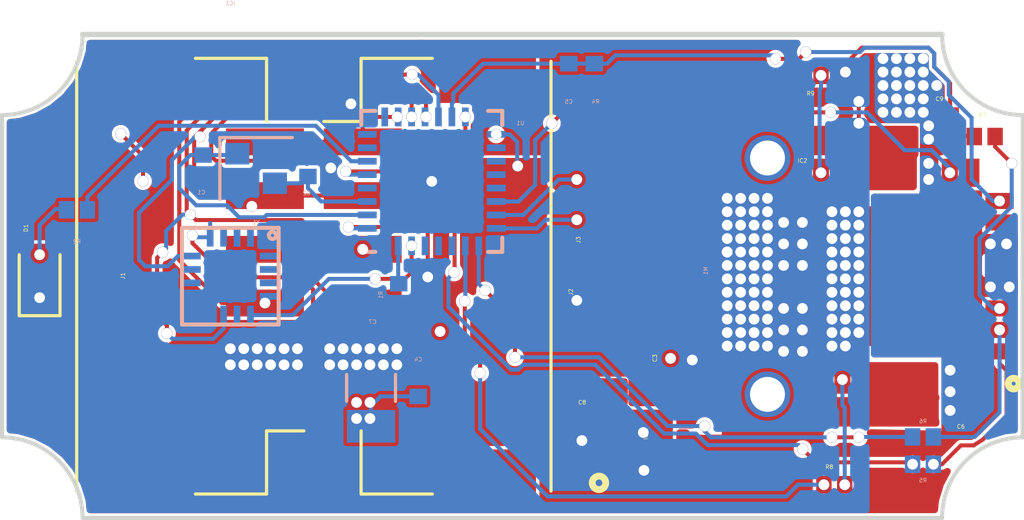
<source format=kicad_pcb>
(kicad_pcb (version 20171130) (host pcbnew 5.0.0-fee4fd1~65~ubuntu16.04.1)
  (layers (0 F.Cu signal) (31 B.Cu signal) (34 B.Paste user) (35 F.Paste user) (36 B.SilkS user) (37 F.SilkS user) (38 B.Mask user) (39 F.Mask user) (44 Edge.Cuts user))
  (net 0 "")
  (net 1 GND)
  (net 2 "Net-(C1-Pad1)")
  (net 3 "Net-(C2-Pad2)")
  (net 4 +3V3)
  (net 5 +BATT)
  (net 6 FB)
  (net 7 "Net-(C6-Pad2)")
  (net 8 MOSI)
  (net 9 CS)
  (net 10 MISO)
  (net 11 "Net-(IC2-Pad1)")
  (net 12 "Net-(IC2-Pad2)")
  (net 13 "Net-(IC2-Pad3)")
  (net 14 OUT1)
  (net 15 "Net-(IC2-Pad16)")
  (net 16 "Net-(IC2-Pad26)")
  (net 17 OUT2)
  (net 18 "Net-(J1-Pad4)")
  (net 19 "Net-(R1-Pad1)")
  (net 20 D1)
  (net 21 D2)
  (net 22 SCK)
  (net 23 SWDIO)
  (net 24 SWCLK)
  (net 25 ENC_CS)
  (net 26 "Net-(D1-Pad2)")
  (net 27 "Net-(IC1-Pad1)")
  (net 28 "Net-(IC1-Pad2)")
  (net 29 "Net-(IC1-Pad3)")
  (net 30 "Net-(IC1-Pad6)")
  (net 31 "Net-(IC1-Pad10)")
  (net 32 "Net-(IC1-Pad11)")
  (net 33 "Net-(IC1-Pad14)")
  (net 34 "Net-(IC1-Pad15)")
  (net 35 "Net-(IC1-Pad16)")
  (net 36 "Net-(IC2-Pad5)")
  (net 37 "Net-(IC2-Pad7)")
  (net 38 "Net-(IC2-Pad9)")
  (net 39 "Net-(IC2-Pad17)")
  (net 40 "Net-(IC2-Pad21)")
  (net 41 "Net-(IC2-Pad25)")
  (net 42 "Net-(IC3-Pad3)")
  (net 43 signaling)
  (net 44 "Net-(U1-Pad4)")
  (net 45 "Net-(U1-Pad7)")
  (net 46 "Net-(U1-Pad8)")
  (net 47 "Net-(U1-Pad9)")
  (net 48 "Net-(U1-Pad18)")
  (net 49 "Net-(U1-Pad19)")
  (net 50 "Net-(U1-Pad21)")
  (net 51 "Net-(U1-Pad27)")
  (net 52 "Net-(U1-Pad28)")
  (net 53 "Net-(U1-Pad29)")
  (net 54 "Net-(U1-Pad20)")
  (net 55 IN2)
  (net 56 IN1)
  (module MA702:MA702 (layer B.Cu) (at 8.5 9 180)
    (fp_text reference IC1 (at 0 10.16 180) (layer B.SilkS) (effects (font (size 0.15 0.15) (thickness 0.02)) (justify mirror)))
    (fp_text value MA702)
    (pad 16 smd rect (at -0.75 1.45 180) (size 0.25 0.7) (layers B.Cu B.Paste B.Mask) (net 35 "Net-(IC1-Pad16)"))
    (pad 15 smd rect (at -0.25 1.45 180) (size 0.25 0.7) (layers B.Cu B.Paste B.Mask) (net 34 "Net-(IC1-Pad15)"))
    (pad 14 smd rect (at 0.25 1.45 180) (size 0.25 0.7) (layers B.Cu B.Paste B.Mask) (net 33 "Net-(IC1-Pad14)"))
    (pad 13 smd rect (at 0.75 1.45 180) (size 0.25 0.7) (layers B.Cu B.Paste B.Mask) (net 4 +3V3))
    (pad 12 smd rect (at 1.45 0.75 180) (size 0.7 0.25) (layers B.Cu B.Paste B.Mask) (net 22 SCK))
    (pad 11 smd rect (at 1.45 0.25 180) (size 0.7 0.25) (layers B.Cu B.Paste B.Mask) (net 32 "Net-(IC1-Pad11)"))
    (pad 10 smd rect (at 1.45 -0.25 180) (size 0.7 0.25) (layers B.Cu B.Paste B.Mask) (net 31 "Net-(IC1-Pad10)"))
    (pad 9 smd rect (at 1.45 -0.75 180) (size 0.7 0.25) (layers B.Cu B.Paste B.Mask))
    (pad 8 smd rect (at 0.75 -1.45 180) (size 0.25 0.7) (layers B.Cu B.Paste B.Mask) (net 1 GND))
    (pad 7 smd rect (at 0.25 -1.45 180) (size 0.25 0.7) (layers B.Cu B.Paste B.Mask) (net 10 MISO))
    (pad 6 smd rect (at -0.25 -1.45 180) (size 0.25 0.7) (layers B.Cu B.Paste B.Mask) (net 30 "Net-(IC1-Pad6)"))
    (pad 5 smd rect (at -0.75 -1.45 180) (size 0.25 0.7) (layers B.Cu B.Paste B.Mask) (net 25 ENC_CS))
    (pad 4 smd rect (at -1.45 -0.75 180) (size 0.7 0.25) (layers B.Cu B.Paste B.Mask) (net 8 MOSI))
    (pad 3 smd rect (at -1.45 -0.25 180) (size 0.7 0.25) (layers B.Cu B.Paste B.Mask) (net 29 "Net-(IC1-Pad3)"))
    (pad 2 smd rect (at -1.45 0.25 180) (size 0.7 0.25) (layers B.Cu B.Paste B.Mask) (net 28 "Net-(IC1-Pad2)"))
    (pad 1 smd rect (at -1.45 0.75 180) (size 0.7 0.25) (layers B.Cu B.Paste B.Mask) (net 27 "Net-(IC1-Pad1)"))
    (pad 17 smd rect (at 0 0 180) (size 1.7 1.7) (layers B.Cu B.Paste B.Mask) (net 1 GND))
  )
  (module Package_DFN_QFN:QFN-32-1EP_5x5mm_P0.5mm_EP3.45x3.45mm (layer B.Cu) (at 16 5.47)
    (fp_text reference U1 (at 3.3 -2.17) (layer B.SilkS) (effects (font (size 0.15 0.15) (thickness 0.02)) (justify mirror)))
    (fp_text value STM32L432KCUx)
    (pad 1 smd rect (at -2.4 1.75) (size 0.7 0.25) (layers B.Cu B.Paste B.Mask) (net 4 +3V3))
    (pad 2 smd rect (at -2.4 1.25) (size 0.7 0.25) (layers B.Cu B.Paste B.Mask) (net 2 "Net-(C1-Pad1)"))
    (pad 3 smd rect (at -2.4 0.75) (size 0.7 0.25) (layers B.Cu B.Paste B.Mask) (net 3 "Net-(C2-Pad2)"))
    (pad 4 smd rect (at -2.4 0.25) (size 0.7 0.25) (layers B.Cu B.Paste B.Mask) (net 44 "Net-(U1-Pad4)"))
    (pad 5 smd rect (at -2.4 -0.25) (size 0.7 0.25) (layers B.Cu B.Paste B.Mask) (net 4 +3V3))
    (pad 6 smd rect (at -2.4 -0.75) (size 0.7 0.25) (layers B.Cu B.Paste B.Mask) (net 43 signaling))
    (pad 7 smd rect (at -2.4 -1.25) (size 0.7 0.25) (layers B.Cu B.Paste B.Mask) (net 45 "Net-(U1-Pad7)"))
    (pad 8 smd rect (at -2.4 -1.75) (size 0.7 0.25) (layers B.Cu B.Paste B.Mask) (net 46 "Net-(U1-Pad8)"))
    (pad 9 smd rect (at -1.75 -2.4 270) (size 0.7 0.25) (layers B.Cu B.Paste B.Mask) (net 47 "Net-(U1-Pad9)"))
    (pad 10 smd rect (at -1.25 -2.4 270) (size 0.7 0.25) (layers B.Cu B.Paste B.Mask) (net 9 CS))
    (pad 11 smd rect (at -0.75 -2.4 270) (size 0.7 0.25) (layers B.Cu B.Paste B.Mask) (net 22 SCK))
    (pad 12 smd rect (at -0.25 -2.4 270) (size 0.7 0.25) (layers B.Cu B.Paste B.Mask) (net 10 MISO))
    (pad 13 smd rect (at 0.25 -2.4 270) (size 0.7 0.25) (layers B.Cu B.Paste B.Mask) (net 8 MOSI))
    (pad 14 smd rect (at 0.75 -2.4 270) (size 0.7 0.25) (layers B.Cu B.Paste B.Mask) (net 6 FB))
    (pad 15 smd rect (at 1.25 -2.4 270) (size 0.7 0.25) (layers B.Cu B.Paste B.Mask) (net 55 IN2))
    (pad 16 smd rect (at 1.75 -2.4 270) (size 0.7 0.25) (layers B.Cu B.Paste B.Mask) (net 1 GND))
    (pad 17 smd rect (at 2.4 -1.75) (size 0.7 0.25) (layers B.Cu B.Paste B.Mask) (net 4 +3V3))
    (pad 18 smd rect (at 2.4 -1.25) (size 0.7 0.25) (layers B.Cu B.Paste B.Mask) (net 48 "Net-(U1-Pad18)"))
    (pad 19 smd rect (at 2.4 -0.75) (size 0.7 0.25) (layers B.Cu B.Paste B.Mask) (net 49 "Net-(U1-Pad19)"))
    (pad 20 smd rect (at 2.4 -0.25) (size 0.7 0.25) (layers B.Cu B.Paste B.Mask) (net 54 "Net-(U1-Pad20)"))
    (pad 21 smd rect (at 2.4 0.25) (size 0.7 0.25) (layers B.Cu B.Paste B.Mask) (net 50 "Net-(U1-Pad21)"))
    (pad 22 smd rect (at 2.4 0.75) (size 0.7 0.25) (layers B.Cu B.Paste B.Mask) (net 21 D2))
    (pad 23 smd rect (at 2.4 1.25) (size 0.7 0.25) (layers B.Cu B.Paste B.Mask) (net 23 SWDIO))
    (pad 24 smd rect (at 2.4 1.75) (size 0.7 0.25) (layers B.Cu B.Paste B.Mask) (net 24 SWCLK))
    (pad 25 smd rect (at 1.75 2.4 270) (size 0.7 0.25) (layers B.Cu B.Paste B.Mask) (net 56 IN1))
    (pad 26 smd rect (at 1.25 2.4 270) (size 0.7 0.25) (layers B.Cu B.Paste B.Mask) (net 20 D1))
    (pad 27 smd rect (at 0.75 2.4 270) (size 0.7 0.25) (layers B.Cu B.Paste B.Mask) (net 51 "Net-(U1-Pad27)"))
    (pad 28 smd rect (at 0.25 2.4 270) (size 0.7 0.25) (layers B.Cu B.Paste B.Mask) (net 52 "Net-(U1-Pad28)"))
    (pad 29 smd rect (at -0.25 2.4 270) (size 0.7 0.25) (layers B.Cu B.Paste B.Mask) (net 53 "Net-(U1-Pad29)"))
    (pad 30 smd rect (at -0.75 2.4 270) (size 0.7 0.25) (layers B.Cu B.Paste B.Mask) (net 25 ENC_CS))
    (pad 31 smd rect (at -1.25 2.4 270) (size 0.7 0.25) (layers B.Cu B.Paste B.Mask) (net 19 "Net-(R1-Pad1)"))
    (pad 32 smd rect (at -1.75 2.4 270) (size 0.7 0.25) (layers B.Cu B.Paste B.Mask) (net 1 GND))
    (pad 33 smd rect (at 0 0) (size 3.45 3.45) (layers B.Cu B.Mask) (net 1 GND))
  )
  (module Connector_Molex:Molex_CLIK-Mate_502443-0670_1x06-1MP_P2.00mm_Vertical (layer F.Cu) (at 7.29 9 90)
    (fp_text reference J1 (at 0.01 -2.79 90) (layer F.SilkS) (effects (font (size 0.15 0.15) (thickness 0.02))))
    (fp_text value Conn_01x06_Male)
    (pad 1 smd rect (at -5 2.5 90) (size 1 2.9) (layers F.Cu F.Paste F.Mask) (net 5 +BATT))
    (pad 2 smd rect (at -3 2.5 90) (size 1 2.9) (layers F.Cu F.Paste F.Mask) (net 1 GND))
    (pad 3 smd rect (at -1 2.5 90) (size 1 2.9) (layers F.Cu F.Paste F.Mask) (net 8 MOSI))
    (pad 4 smd rect (at 1 2.5 90) (size 1 2.9) (layers F.Cu F.Paste F.Mask) (net 18 "Net-(J1-Pad4)"))
    (pad 5 smd rect (at 3 2.5 90) (size 1 2.9) (layers F.Cu F.Paste F.Mask) (net 22 SCK))
    (pad 6 smd rect (at 5 2.5 90) (size 1 2.9) (layers F.Cu F.Paste F.Mask) (net 9 CS))
    (pad MP smd rect (at -7.35 -2.15 90) (size 1.8 3.6) (layers F.Cu F.Paste F.Mask))
    (pad MP smd rect (at 7.35 -2.15 90) (size 1.8 3.6) (layers F.Cu F.Paste F.Mask))
  )
  (module pads1x4:1x4Pads (layer F.Cu) (at 21.4 7.65 90)
    (fp_text reference J3 (at 0 0.06 90) (layer F.SilkS) (effects (font (size 0.15 0.15) (thickness 0.02))))
    (fp_text value Conn_01x04_Male)
    (pad 1 smd oval (at -2.25 0 90) (size 1 2) (layers F.Cu F.Paste F.Mask) (net 1 GND))
    (pad 2 smd oval (at -0.75 0 90) (size 1 2) (layers F.Cu F.Paste F.Mask) (net 4 +3V3))
    (pad 3 smd oval (at 0.75 0 90) (size 1 2) (layers F.Cu F.Paste F.Mask) (net 24 SWCLK))
    (pad 4 smd oval (at 2.25 0 90) (size 1 2) (layers F.Cu F.Paste F.Mask) (net 23 SWDIO))
  )
  (module hv5932mgMotor:hv5932mgMotor (layer F.Cu) (at 28.5 9 90)
    (fp_text reference M1 (at 0.2 -2.3 90) (layer B.SilkS) (effects (font (size 0.15 0.15) (thickness 0.02)) (justify mirror)))
    (fp_text value Motor_DC)
    (pad 1 thru_hole circle (at -4.4 0 90) (size 1.7 1.7) (drill 1.3) (layers *.Cu *.Mask) (net 17 OUT2))
    (pad 2 thru_hole circle (at 4.4 0 90) (size 1.7 1.7) (drill 1.3) (layers *.Cu *.Mask) (net 14 OUT1))
  )
  (module Capacitor_SMD:C_0402_1005Metric (layer B.Cu) (at 7.49 4.8775 270)
    (fp_text reference C1 (at 1 0.07) (layer B.SilkS) (effects (font (size 0.15 0.15) (thickness 0.02)) (justify mirror)))
    (fp_text value 10pF)
    (pad 2 smd rect (at 0.3875 0 270) (size 0.575 0.65) (layers B.Cu B.Paste B.Mask) (net 1 GND))
    (pad 1 smd rect (at -0.3875 0 270) (size 0.575 0.65) (layers B.Cu B.Paste B.Mask) (net 2 "Net-(C1-Pad1)"))
  )
  (module Capacitor_SMD:C_0402_1005Metric (layer B.Cu) (at 11.39 4.9 270)
    (fp_text reference C2 (at 1.0135 0.05) (layer B.SilkS) (effects (font (size 0.15 0.15) (thickness 0.02)) (justify mirror)))
    (fp_text value 10pF)
    (pad 1 smd rect (at -0.3875 0 270) (size 0.575 0.65) (layers B.Cu B.Paste B.Mask) (net 1 GND))
    (pad 2 smd rect (at 0.3875 0 270) (size 0.575 0.65) (layers B.Cu B.Paste B.Mask) (net 3 "Net-(C2-Pad2)"))
  )
  (module Capacitor_SMD:C_0402_1005Metric (layer F.Cu) (at 25.28 12.09)
    (fp_text reference C3 (at -0.97 -0.038 -270) (layer F.SilkS) (effects (font (size 0.15 0.15) (thickness 0.02))))
    (fp_text value 1UF)
    (pad 1 smd rect (at -0.3875 0) (size 0.575 0.65) (layers F.Cu F.Paste F.Mask) (net 4 +3V3))
    (pad 2 smd rect (at 0.3875 0) (size 0.575 0.65) (layers F.Cu F.Paste F.Mask) (net 1 GND))
  )
  (module Capacitor_SMD:C_0402_1005Metric (layer B.Cu) (at 21.1 1.475 270)
    (fp_text reference C5 (at 1.025 0) (layer B.SilkS) (effects (font (size 0.15 0.15) (thickness 0.02)) (justify mirror)))
    (fp_text value 1uf)
    (pad 2 smd rect (at 0.3875 0 270) (size 0.575 0.65) (layers B.Cu B.Paste B.Mask) (net 1 GND))
    (pad 1 smd rect (at -0.3875 0 270) (size 0.575 0.65) (layers B.Cu B.Paste B.Mask) (net 6 FB))
  )
  (module Capacitor_SMD:C_0402_1005Metric (layer F.Cu) (at 35.6805 13.97)
    (fp_text reference C6 (at 0.0195 0.63) (layer F.SilkS) (effects (font (size 0.15 0.15) (thickness 0.02))))
    (fp_text value 33nf)
    (pad 1 smd rect (at -0.3875 0) (size 0.575 0.65) (layers F.Cu F.Paste F.Mask) (net 5 +BATT))
    (pad 2 smd rect (at 0.3875 0) (size 0.575 0.65) (layers F.Cu F.Paste F.Mask) (net 7 "Net-(C6-Pad2)"))
  )
  (module Capacitor_SMD:C_1206_3216Metric (layer B.Cu) (at 13.74 13.16 90)
    (fp_text reference C7 (at 2.46 0.06 180) (layer B.SilkS) (effects (font (size 0.15 0.15) (thickness 0.02)) (justify mirror)))
    (fp_text value 47UF)
    (pad 2 smd rect (at 1.43 0 90) (size 1.22 1.8) (layers B.Cu B.Paste B.Mask) (net 1 GND))
    (pad 1 smd rect (at -1.43 0 90) (size 1.22 1.8) (layers B.Cu B.Paste B.Mask) (net 5 +BATT))
  )
  (module MC33926PNB:QFN80P800X800X220-33N (layer F.Cu) (at 33.29 9 180)
    (fp_text reference IC2 (at 3.49 4.3) (layer F.SilkS) (effects (font (size 0.15 0.15) (thickness 0.02))))
    (fp_text value MC33926PNB hide)
    (pad 1 smd rect (at -3.85 -2.8 270) (size 0.6 1.05) (layers F.Cu F.Paste F.Mask) (net 11 "Net-(IC2-Pad1)"))
    (pad 2 smd rect (at -3.85 -2 270) (size 0.6 1.05) (layers F.Cu F.Paste F.Mask) (net 12 "Net-(IC2-Pad2)"))
    (pad 3 smd rect (at -3.85 -1.2 270) (size 0.6 1.05) (layers F.Cu F.Paste F.Mask) (net 13 "Net-(IC2-Pad3)"))
    (pad 4 smd rect (at -3.85 -0.4 270) (size 0.6 1.05) (layers F.Cu F.Paste F.Mask) (net 5 +BATT))
    (pad 5 smd rect (at -3.85 0.4 270) (size 0.6 1.05) (layers F.Cu F.Paste F.Mask) (net 36 "Net-(IC2-Pad5)"))
    (pad 6 smd rect (at -3.85 1.2 270) (size 0.6 1.05) (layers F.Cu F.Paste F.Mask) (net 5 +BATT))
    (pad 7 smd rect (at -3.85 2 270) (size 0.6 1.05) (layers F.Cu F.Paste F.Mask) (net 37 "Net-(IC2-Pad7)"))
    (pad 8 smd rect (at -3.85 2.8 270) (size 0.6 1.05) (layers F.Cu F.Paste F.Mask) (net 6 FB))
    (pad 9 smd rect (at -2.8 3.85 180) (size 0.6 1.05) (layers F.Cu F.Paste F.Mask) (net 38 "Net-(IC2-Pad9)"))
    (pad 10 smd rect (at -2 3.85 180) (size 0.6 1.05) (layers F.Cu F.Paste F.Mask) (net 4 +3V3))
    (pad 11 smd rect (at -1.2 3.85 180) (size 0.6 1.05) (layers F.Cu F.Paste F.Mask) (net 5 +BATT))
    (pad 12 smd rect (at -0.4 3.85 180) (size 0.6 1.05) (layers F.Cu F.Paste F.Mask) (net 14 OUT1))
    (pad 13 smd rect (at 0.4 3.85 180) (size 0.6 1.05) (layers F.Cu F.Paste F.Mask) (net 14 OUT1))
    (pad 14 smd rect (at 1.2 3.85 180) (size 0.6 1.05) (layers F.Cu F.Paste F.Mask) (net 14 OUT1))
    (pad 15 smd rect (at 2 3.85 180) (size 0.6 1.05) (layers F.Cu F.Paste F.Mask) (net 14 OUT1))
    (pad 16 smd rect (at 2.8 3.85 180) (size 0.6 1.05) (layers F.Cu F.Paste F.Mask) (net 15 "Net-(IC2-Pad16)"))
    (pad 17 smd rect (at 3.85 2.8 270) (size 0.6 1.05) (layers F.Cu F.Paste F.Mask) (net 39 "Net-(IC2-Pad17)"))
    (pad 18 smd rect (at 3.85 2 270) (size 0.6 1.05) (layers F.Cu F.Paste F.Mask) (net 1 GND))
    (pad 19 smd rect (at 3.85 1.2 270) (size 0.6 1.05) (layers F.Cu F.Paste F.Mask) (net 1 GND))
    (pad 20 smd rect (at 3.85 0.4 270) (size 0.6 1.05) (layers F.Cu F.Paste F.Mask) (net 1 GND))
    (pad 21 smd rect (at 3.85 -0.4 270) (size 0.6 1.05) (layers F.Cu F.Paste F.Mask) (net 40 "Net-(IC2-Pad21)"))
    (pad 22 smd rect (at 3.85 -1.2 270) (size 0.6 1.05) (layers F.Cu F.Paste F.Mask) (net 1 GND))
    (pad 23 smd rect (at 3.85 -2 270) (size 0.6 1.05) (layers F.Cu F.Paste F.Mask) (net 1 GND))
    (pad 24 smd rect (at 3.85 -2.8 270) (size 0.6 1.05) (layers F.Cu F.Paste F.Mask) (net 1 GND))
    (pad 25 smd rect (at 2.8 -3.85 180) (size 0.6 1.05) (layers F.Cu F.Paste F.Mask) (net 41 "Net-(IC2-Pad25)"))
    (pad 26 smd rect (at 2 -3.85 180) (size 0.6 1.05) (layers F.Cu F.Paste F.Mask) (net 16 "Net-(IC2-Pad26)"))
    (pad 27 smd rect (at 1.2 -3.85 180) (size 0.6 1.05) (layers F.Cu F.Paste F.Mask) (net 17 OUT2))
    (pad 28 smd rect (at 0.4 -3.85 180) (size 0.6 1.05) (layers F.Cu F.Paste F.Mask) (net 17 OUT2))
    (pad 29 smd rect (at -0.4 -3.85 180) (size 0.6 1.05) (layers F.Cu F.Paste F.Mask) (net 17 OUT2))
    (pad 30 smd rect (at -1.2 -3.85 180) (size 0.6 1.05) (layers F.Cu F.Paste F.Mask) (net 17 OUT2))
    (pad 31 smd rect (at -2 -3.85 180) (size 0.6 1.05) (layers F.Cu F.Paste F.Mask) (net 5 +BATT))
    (pad 32 smd rect (at -2.8 -3.85 180) (size 0.6 1.05) (layers F.Cu F.Paste F.Mask) (net 7 "Net-(C6-Pad2)"))
    (pad 33 smd rect (at 0 0 180) (size 5.2 5.2) (layers F.Cu F.Paste F.Mask) (net 1 GND))
  )
  (module Connector_Molex:Molex_CLIK-Mate_502443-0670_1x06-1MP_P2.00mm_Vertical (layer F.Cu) (at 15.93 9 270)
    (fp_text reference J2 (at 0.59 -5.25 270) (layer F.SilkS) (effects (font (size 0.15 0.15) (thickness 0.02))))
    (fp_text value Conn_01x06_Male)
    (pad MP smd rect (at 7.35 -2.15 270) (size 1.8 3.6) (layers F.Cu F.Paste F.Mask))
    (pad MP smd rect (at -7.35 -2.15 270) (size 1.8 3.6) (layers F.Cu F.Paste F.Mask))
    (pad 6 smd rect (at 5 2.5 270) (size 1 2.9) (layers F.Cu F.Paste F.Mask) (net 5 +BATT))
    (pad 5 smd rect (at 3 2.5 270) (size 1 2.9) (layers F.Cu F.Paste F.Mask) (net 1 GND))
    (pad 4 smd rect (at 1 2.5 270) (size 1 2.9) (layers F.Cu F.Paste F.Mask) (net 18 "Net-(J1-Pad4)"))
    (pad 3 smd rect (at -1 2.5 270) (size 1 2.9) (layers F.Cu F.Paste F.Mask) (net 10 MISO))
    (pad 2 smd rect (at -3 2.5 270) (size 1 2.9) (layers F.Cu F.Paste F.Mask) (net 22 SCK))
    (pad 1 smd rect (at -5 2.5 270) (size 1 2.9) (layers F.Cu F.Paste F.Mask) (net 9 CS))
  )
  (module Resistor_SMD:R_0402_1005Metric (layer B.Cu) (at 14.77 9.6675 270)
    (fp_text reference R1 (at 0.0325 0.67 270) (layer B.SilkS) (effects (font (size 0.15 0.15) (thickness 0.02)) (justify mirror)))
    (fp_text value 100k)
    (pad 2 smd rect (at 0.3875 0 270) (size 0.575 0.65) (layers B.Cu B.Paste B.Mask) (net 1 GND))
    (pad 1 smd rect (at -0.3875 0 270) (size 0.575 0.65) (layers B.Cu B.Paste B.Mask) (net 19 "Net-(R1-Pad1)"))
  )
  (module Resistor_SMD:R_0402_1005Metric (layer B.Cu) (at 22.05 1.475 270)
    (fp_text reference R4 (at 1.025 -0.05) (layer B.SilkS) (effects (font (size 0.15 0.15) (thickness 0.02)) (justify mirror)))
    (fp_text value 220)
    (pad 1 smd rect (at -0.3875 0 270) (size 0.575 0.65) (layers B.Cu B.Paste B.Mask) (net 6 FB))
    (pad 2 smd rect (at 0.3875 0 270) (size 0.575 0.65) (layers B.Cu B.Paste B.Mask) (net 1 GND))
  )
  (module Resistor_SMD:R_0402_1005Metric (layer B.Cu) (at 34.29 16.002 180)
    (fp_text reference R5 (at 0 -0.598 180) (layer B.SilkS) (effects (font (size 0.15 0.15) (thickness 0.02)) (justify mirror)))
    (fp_text value 1k)
    (pad 1 smd rect (at -0.3875 0 180) (size 0.575 0.65) (layers B.Cu B.Paste B.Mask) (net 11 "Net-(IC2-Pad1)"))
    (pad 2 smd rect (at 0.3875 0 180) (size 0.575 0.65) (layers B.Cu B.Paste B.Mask) (net 55 IN2))
  )
  (module Resistor_SMD:R_0402_1005Metric (layer B.Cu) (at 34.29 14.986 180)
    (fp_text reference R6 (at 0 0.586 180) (layer B.SilkS) (effects (font (size 0.15 0.15) (thickness 0.02)) (justify mirror)))
    (fp_text value 1k)
    (pad 2 smd rect (at 0.3875 0 180) (size 0.575 0.65) (layers B.Cu B.Paste B.Mask) (net 56 IN1))
    (pad 1 smd rect (at -0.3875 0 180) (size 0.575 0.65) (layers B.Cu B.Paste B.Mask) (net 12 "Net-(IC2-Pad2)"))
  )
  (module Resistor_SMD:R_0402_1005Metric (layer F.Cu) (at 36.5875 3.8 180)
    (fp_text reference R7 (at 0.0875 0.8 180) (layer F.SilkS) (effects (font (size 0.15 0.15) (thickness 0.02))))
    (fp_text value 1k)
    (pad 1 smd rect (at -0.3875 0 180) (size 0.575 0.65) (layers F.Cu F.Paste F.Mask) (net 13 "Net-(IC2-Pad3)"))
    (pad 2 smd rect (at 0.3875 0 180) (size 0.575 0.65) (layers F.Cu F.Paste F.Mask) (net 4 +3V3))
  )
  (module Resistor_SMD:R_0402_1005Metric (layer F.Cu) (at 30.988 16.764)
    (fp_text reference R8 (at -0.188 -0.664) (layer F.SilkS) (effects (font (size 0.15 0.15) (thickness 0.02))))
    (fp_text value 1k)
    (pad 2 smd rect (at 0.3875 0) (size 0.575 0.65) (layers F.Cu F.Paste F.Mask) (net 16 "Net-(IC2-Pad26)"))
    (pad 1 smd rect (at -0.3875 0) (size 0.575 0.65) (layers F.Cu F.Paste F.Mask) (net 20 D1))
  )
  (module Resistor_SMD:R_0402_1005Metric (layer F.Cu) (at 30.1055 1.524 180)
    (fp_text reference R9 (at 0 -0.676 180) (layer F.SilkS) (effects (font (size 0.15 0.15) (thickness 0.02))))
    (fp_text value 1k)
    (pad 1 smd rect (at -0.3875 0 180) (size 0.575 0.65) (layers F.Cu F.Paste F.Mask) (net 15 "Net-(IC2-Pad16)"))
    (pad 2 smd rect (at 0.3875 0 180) (size 0.575 0.65) (layers F.Cu F.Paste F.Mask) (net 21 D2))
  )
  (module Capacitor_SMD:C_0402_1005Metric (layer B.Cu) (at 15.494 13.0875 90)
    (fp_text reference C4 (at 0.9875 0.006 180) (layer B.SilkS) (effects (font (size 0.15 0.15) (thickness 0.02)) (justify mirror)))
    (fp_text value 0.1UF)
    (pad 1 smd rect (at -0.3875 0 90) (size 0.575 0.65) (layers B.Cu B.Paste B.Mask) (net 5 +BATT))
    (pad 2 smd rect (at 0.3875 0 90) (size 0.575 0.65) (layers B.Cu B.Paste B.Mask) (net 1 GND))
  )
  (module Capacitor_SMD:C_0402_1005Metric (layer F.Cu) (at 21.59 14.732 90)
    (fp_text reference C8 (at 1.032 0.01 180) (layer F.SilkS) (effects (font (size 0.15 0.15) (thickness 0.02))))
    (fp_text value 1UF)
    (pad 2 smd rect (at 0.3875 0 90) (size 0.575 0.65) (layers F.Cu F.Paste F.Mask) (net 5 +BATT))
    (pad 1 smd rect (at -0.3875 0 90) (size 0.575 0.65) (layers F.Cu F.Paste F.Mask) (net 1 GND))
  )
  (module Capacitor_SMD:C_0402_1005Metric (layer F.Cu) (at 35.3 3.3875 90)
    (fp_text reference C9 (at 0.9875 -0.4 180) (layer F.SilkS) (effects (font (size 0.15 0.15) (thickness 0.02))))
    (fp_text value 1UF)
    (pad 1 smd rect (at -0.3875 0 90) (size 0.575 0.65) (layers F.Cu F.Paste F.Mask) (net 4 +3V3))
    (pad 2 smd rect (at 0.3875 0 90) (size 0.575 0.65) (layers F.Cu F.Paste F.Mask) (net 1 GND))
  )
  (module LP38690SD-ADJ_NOPB:SON95P300X300X80-7N (layer F.Cu) (at 23.876 14.82 90)
    (fp_text reference IC3 (at -0.09 0.09 90) (layer F.SilkS) (effects (font (size 0.15 0.15) (thickness 0.02))))
    (fp_text value LP38690SD-ADJ_NOPB hide)
    (pad 1 smd rect (at -1.45 -0.95 180) (size 0.4 0.85) (layers F.Cu F.Paste F.Mask) (net 5 +BATT))
    (pad 2 smd rect (at -1.45 0 180) (size 0.4 0.85) (layers F.Cu F.Paste F.Mask) (net 1 GND))
    (pad 3 smd rect (at -1.45 0.95 180) (size 0.4 0.85) (layers F.Cu F.Paste F.Mask) (net 42 "Net-(IC3-Pad3)"))
    (pad 4 smd rect (at 1.45 0.95 180) (size 0.4 0.85) (layers F.Cu F.Paste F.Mask) (net 4 +3V3))
    (pad 5 smd rect (at 1.45 0 180) (size 0.4 0.85) (layers F.Cu F.Paste F.Mask) (net 4 +3V3))
    (pad 6 smd rect (at 1.45 -0.95 180) (size 0.4 0.85) (layers F.Cu F.Paste F.Mask) (net 5 +BATT))
    (pad 7 smd rect (at 0 0 90) (size 1.7 2.2) (layers F.Cu F.Paste F.Mask) (net 1 GND))
  )
  (module LED_SMD:LED_0603_1608Metric (layer F.Cu) (at 1.4 9 90)
    (fp_text reference D1 (at 1.79 -0.51 90) (layer F.SilkS) (effects (font (size 0.15 0.15) (thickness 0.02))))
    (fp_text value LED)
    (pad 2 smd rect (at 0.8 0 90) (size 0.82 1) (layers F.Cu F.Paste F.Mask) (net 26 "Net-(D1-Pad2)"))
    (pad 1 smd rect (at -0.8 0 90) (size 0.82 1) (layers F.Cu F.Paste F.Mask) (net 1 GND))
  )
  (module Resistor_SMD:R_0402_1005Metric (layer B.Cu) (at 2.79 6.53)
    (fp_text reference R2 (at 0 1.18) (layer B.SilkS) (effects (font (size 0.15 0.15) (thickness 0.02)) (justify mirror)))
    (fp_text value 330)
    (pad 1 smd rect (at -0.3875 0) (size 0.575 0.65) (layers B.Cu B.Paste B.Mask) (net 26 "Net-(D1-Pad2)"))
    (pad 2 smd rect (at 0.3875 0) (size 0.575 0.65) (layers B.Cu B.Paste B.Mask) (net 43 signaling))
  )
  (module Crystal:Crystal_SMD_2016-4Pin_2.0x1.6mm (layer B.Cu) (at 9.46 4.99)
    (fp_text reference Y1 (at 0 2) (layer B.SilkS) (effects (font (size 0.15 0.15) (thickness 0.02)) (justify mirror)))
    (fp_text value 32mhz)
    (pad 1 smd rect (at -0.7 -0.55) (size 0.9 0.8) (layers B.Cu B.Paste B.Mask) (net 2 "Net-(C1-Pad1)"))
    (pad 2 smd rect (at 0.7 -0.55) (size 0.9 0.8) (layers B.Cu B.Paste B.Mask) (net 1 GND))
    (pad 3 smd rect (at 0.7 0.55) (size 0.9 0.8) (layers B.Cu B.Paste B.Mask) (net 3 "Net-(C2-Pad2)"))
    (pad 4 smd rect (at -0.7 0.55) (size 0.9 0.8) (layers B.Cu B.Paste B.Mask) (net 1 GND))
  )
  (gr_arc (start 38 0) (end 35 0) (angle -90) (layer Edge.Cuts) (width 0.15))
  (gr_arc (start 38 18) (end 35 18) (angle 90) (layer Edge.Cuts) (width 0.15))
  (gr_arc (start 0 18) (end 3 18) (angle -90) (layer Edge.Cuts) (width 0.15))
  (gr_arc (start 0 0) (end 3 0) (angle 90) (layer Edge.Cuts) (width 0.15))
  (gr_line (start 38 3) (end 38 15) (layer Edge.Cuts) (width 0.15))
  (gr_line (start 3 18) (end 35 18) (layer Edge.Cuts) (width 0.15))
  (gr_line (start 0 3) (end 0 15) (layer Edge.Cuts) (width 0.15))
  (gr_line (start 3 0) (end 35 0) (layer Edge.Cuts) (width 0.2))
  (via (at 4.42 3.7) (size 0.41) (drill 0.4) (layers F.Cu B.Cu) (net 0))
  (segment (start 4.43 3.71) (end 4.42 3.7) (width 0.15) (layer B.Cu) (net 0))
  (segment (start 4.44 3.71) (end 4.43 3.71) (width 0.15) (layer B.Cu) (net 0))
  (via (at 5.25 5.46) (size 0.41) (drill 0.4) (layers F.Cu B.Cu) (net 0))
  (segment (start 5.25 4.53) (end 5.25 5.46) (width 0.15) (layer F.Cu) (net 0))
  (segment (start 4.42 3.7) (end 5.25 4.53) (width 0.15) (layer F.Cu) (net 0))
  (via (at 29.8 11.8) (size 0.41) (drill 0.4) (layers F.Cu B.Cu) (net 1))
  (via (at 29.1 11.8) (size 0.41) (drill 0.4) (layers F.Cu B.Cu) (net 1))
  (via (at 29.1 11) (size 0.41) (drill 0.4) (layers F.Cu B.Cu) (net 1))
  (via (at 29.8 11) (size 0.41) (drill 0.4) (layers F.Cu B.Cu) (net 1))
  (via (at 29.8 10.2) (size 0.41) (drill 0.4) (layers F.Cu B.Cu) (net 1))
  (via (at 29.1 10.2) (size 0.41) (drill 0.4) (layers F.Cu B.Cu) (net 1))
  (via (at 29.8 8.6) (size 0.41) (drill 0.4) (layers F.Cu B.Cu) (net 1))
  (via (at 29.1 8.6) (size 0.41) (drill 0.4) (layers F.Cu B.Cu) (net 1))
  (via (at 29.8 7.8) (size 0.41) (drill 0.4) (layers F.Cu B.Cu) (net 1))
  (via (at 29.1 7.8) (size 0.41) (drill 0.4) (layers F.Cu B.Cu) (net 1))
  (via (at 29.8 7) (size 0.41) (drill 0.4) (layers F.Cu B.Cu) (net 1))
  (via (at 29.1 7) (size 0.41) (drill 0.4) (layers F.Cu B.Cu) (net 1))
  (via (at 30.9 11.6) (size 0.41) (drill 0.4) (layers F.Cu B.Cu) (net 1))
  (via (at 31.4 11.6) (size 0.41) (drill 0.4) (layers F.Cu B.Cu) (net 1))
  (via (at 31.9 10.6) (size 0.41) (drill 0.4) (layers F.Cu B.Cu) (net 1))
  (via (at 31.9 11.1) (size 0.41) (drill 0.4) (layers F.Cu B.Cu) (net 1))
  (via (at 31.4 11.1) (size 0.41) (drill 0.4) (layers F.Cu B.Cu) (net 1))
  (via (at 31.4 10.6) (size 0.41) (drill 0.4) (layers F.Cu B.Cu) (net 1))
  (via (at 30.9 11.1) (size 0.41) (drill 0.4) (layers F.Cu B.Cu) (net 1))
  (via (at 30.9 10.6) (size 0.41) (drill 0.4) (layers F.Cu B.Cu) (net 1))
  (via (at 31.9 10.1) (size 0.41) (drill 0.4) (layers F.Cu B.Cu) (net 1))
  (via (at 31.4 10.1) (size 0.41) (drill 0.4) (layers F.Cu B.Cu) (net 1))
  (via (at 30.9 10.1) (size 0.41) (drill 0.4) (layers F.Cu B.Cu) (net 1))
  (via (at 30.9 9.6) (size 0.41) (drill 0.4) (layers F.Cu B.Cu) (net 1))
  (via (at 31.4 9.6) (size 0.41) (drill 0.4) (layers F.Cu B.Cu) (net 1))
  (via (at 31.9 9.6) (size 0.41) (drill 0.4) (layers F.Cu B.Cu) (net 1))
  (via (at 31.9 9.1) (size 0.41) (drill 0.4) (layers F.Cu B.Cu) (net 1))
  (via (at 31.4 9.1) (size 0.41) (drill 0.4) (layers F.Cu B.Cu) (net 1))
  (via (at 30.9 9.1) (size 0.41) (drill 0.4) (layers F.Cu B.Cu) (net 1))
  (via (at 31.9 8.6) (size 0.41) (drill 0.4) (layers F.Cu B.Cu) (net 1))
  (via (at 31.4 8.6) (size 0.41) (drill 0.4) (layers F.Cu B.Cu) (net 1))
  (via (at 30.9 8.6) (size 0.41) (drill 0.4) (layers F.Cu B.Cu) (net 1))
  (via (at 31.9 8.1) (size 0.41) (drill 0.4) (layers F.Cu B.Cu) (net 1))
  (via (at 31.4 8.1) (size 0.41) (drill 0.4) (layers F.Cu B.Cu) (net 1))
  (via (at 30.9 8.1) (size 0.41) (drill 0.4) (layers F.Cu B.Cu) (net 1))
  (via (at 31.9 7.6) (size 0.41) (drill 0.4) (layers F.Cu B.Cu) (net 1))
  (via (at 31.4 7.6) (size 0.41) (drill 0.4) (layers F.Cu B.Cu) (net 1))
  (via (at 30.9 7.6) (size 0.41) (drill 0.4) (layers F.Cu B.Cu) (net 1))
  (via (at 31.9 7.1) (size 0.41) (drill 0.4) (layers F.Cu B.Cu) (net 1))
  (via (at 31.4 7.1) (size 0.41) (drill 0.4) (layers F.Cu B.Cu) (net 1))
  (via (at 30.9 7.1) (size 0.41) (drill 0.4) (layers F.Cu B.Cu) (net 1))
  (via (at 31.9 6.6) (size 0.41) (drill 0.4) (layers F.Cu B.Cu) (net 1))
  (via (at 31.4 6.6) (size 0.41) (drill 0.4) (layers F.Cu B.Cu) (net 1))
  (via (at 30.9 6.6) (size 0.41) (drill 0.4) (layers F.Cu B.Cu) (net 1))
  (via (at 23.9 16.23) (size 0.41) (drill 0.4) (layers F.Cu B.Cu) (net 1))
  (via (at 25.7 12.12) (size 0.41) (drill 0.4) (layers F.Cu B.Cu) (net 1))
  (via (at 14.7 12.3) (size 0.41) (drill 0.4) (layers F.Cu B.Cu) (net 1))
  (via (at 14.2 12.3) (size 0.41) (drill 0.4) (layers F.Cu B.Cu) (net 1))
  (via (at 14.2 11.7) (size 0.41) (drill 0.4) (layers F.Cu B.Cu) (net 1))
  (via (at 13.7 11.7) (size 0.41) (drill 0.4) (layers F.Cu B.Cu) (net 1))
  (via (at 13.7 12.3) (size 0.41) (drill 0.4) (layers F.Cu B.Cu) (net 1))
  (via (at 13.2 12.3) (size 0.41) (drill 0.4) (layers F.Cu B.Cu) (net 1))
  (via (at 13.2 11.7) (size 0.41) (drill 0.4) (layers F.Cu B.Cu) (net 1))
  (via (at 12.7 11.7) (size 0.41) (drill 0.4) (layers F.Cu B.Cu) (net 1))
  (via (at 12.7 12.3) (size 0.41) (drill 0.4) (layers F.Cu B.Cu) (net 1))
  (via (at 12.2 12.3) (size 0.41) (drill 0.4) (layers F.Cu B.Cu) (net 1))
  (via (at 12.2 11.7) (size 0.41) (drill 0.4) (layers F.Cu B.Cu) (net 1))
  (via (at 11 11.7) (size 0.41) (drill 0.4) (layers F.Cu B.Cu) (net 1))
  (via (at 11 12.3) (size 0.41) (drill 0.4) (layers F.Cu B.Cu) (net 1))
  (via (at 10.5 12.3) (size 0.41) (drill 0.4) (layers F.Cu B.Cu) (net 1))
  (via (at 10.5 11.7) (size 0.41) (drill 0.4) (layers F.Cu B.Cu) (net 1))
  (via (at 10 11.7) (size 0.41) (drill 0.4) (layers F.Cu B.Cu) (net 1))
  (via (at 10 12.3) (size 0.41) (drill 0.4) (layers F.Cu B.Cu) (net 1))
  (via (at 9.5 12.3) (size 0.41) (drill 0.4) (layers F.Cu B.Cu) (net 1))
  (via (at 9.5 11.7) (size 0.41) (drill 0.4) (layers F.Cu B.Cu) (net 1))
  (via (at 9 11.7) (size 0.41) (drill 0.4) (layers F.Cu B.Cu) (net 1))
  (via (at 9 12.3) (size 0.41) (drill 0.4) (layers F.Cu B.Cu) (net 1))
  (via (at 8.5 12.3) (size 0.41) (drill 0.4) (layers F.Cu B.Cu) (net 1))
  (via (at 8.5 11.7) (size 0.41) (drill 0.4) (layers F.Cu B.Cu) (net 1))
  (via (at 14.7 11.7) (size 0.41) (drill 0.4) (layers F.Cu B.Cu) (net 1))
  (via (at 21.59 15.1195) (size 0.41) (drill 0.4) (layers F.Cu B.Cu) (net 1))
  (via (at 23.876 14.82) (size 0.41) (drill 0.4) (layers F.Cu B.Cu) (net 1))
  (via (at 27 6.1) (size 0.41) (drill 0.4) (layers F.Cu B.Cu) (net 1))
  (via (at 27.5 6.1) (size 0.41) (drill 0.4) (layers F.Cu B.Cu) (net 1))
  (via (at 28 6.1) (size 0.41) (drill 0.4) (layers F.Cu B.Cu) (net 1))
  (via (at 28.5 6.1) (size 0.41) (drill 0.4) (layers F.Cu B.Cu) (net 1))
  (via (at 28.5 6.6) (size 0.41) (drill 0.4) (layers F.Cu B.Cu) (net 1))
  (via (at 28 6.6) (size 0.41) (drill 0.4) (layers F.Cu B.Cu) (net 1))
  (via (at 27.5 6.6) (size 0.41) (drill 0.4) (layers F.Cu B.Cu) (net 1))
  (via (at 27 6.6) (size 0.41) (drill 0.4) (layers F.Cu B.Cu) (net 1))
  (via (at 27 7.1) (size 0.41) (drill 0.4) (layers F.Cu B.Cu) (net 1))
  (via (at 27.5 7.1) (size 0.41) (drill 0.4) (layers F.Cu B.Cu) (net 1))
  (via (at 28 7.1) (size 0.41) (drill 0.4) (layers F.Cu B.Cu) (net 1))
  (via (at 28.5 7.1) (size 0.41) (drill 0.4) (layers F.Cu B.Cu) (net 1))
  (via (at 28.5 7.6) (size 0.41) (drill 0.4) (layers F.Cu B.Cu) (net 1))
  (via (at 28 7.6) (size 0.41) (drill 0.4) (layers F.Cu B.Cu) (net 1))
  (via (at 27.5 7.6) (size 0.41) (drill 0.4) (layers F.Cu B.Cu) (net 1))
  (via (at 27 7.6) (size 0.41) (drill 0.4) (layers F.Cu B.Cu) (net 1))
  (via (at 27 8.1) (size 0.41) (drill 0.4) (layers F.Cu B.Cu) (net 1))
  (via (at 27.5 8.1) (size 0.41) (drill 0.4) (layers F.Cu B.Cu) (net 1))
  (via (at 28 8.1) (size 0.41) (drill 0.4) (layers F.Cu B.Cu) (net 1))
  (via (at 28.5 8.1) (size 0.41) (drill 0.4) (layers F.Cu B.Cu) (net 1))
  (via (at 27 8.1) (size 0.41) (drill 0.4) (layers F.Cu B.Cu) (net 1))
  (via (at 27 8.1) (size 0.41) (drill 0.4) (layers F.Cu B.Cu) (net 1))
  (via (at 27 8.6) (size 0.41) (drill 0.4) (layers F.Cu B.Cu) (net 1))
  (via (at 27.5 8.6) (size 0.41) (drill 0.4) (layers F.Cu B.Cu) (net 1))
  (via (at 28 8.6) (size 0.41) (drill 0.4) (layers F.Cu B.Cu) (net 1))
  (via (at 28.5 8.6) (size 0.41) (drill 0.4) (layers F.Cu B.Cu) (net 1))
  (via (at 27 9.1) (size 0.41) (drill 0.4) (layers F.Cu B.Cu) (net 1))
  (via (at 27.5 9.1) (size 0.41) (drill 0.4) (layers F.Cu B.Cu) (net 1))
  (via (at 28 9.1) (size 0.41) (drill 0.4) (layers F.Cu B.Cu) (net 1))
  (via (at 28.5 9.1) (size 0.41) (drill 0.4) (layers F.Cu B.Cu) (net 1))
  (via (at 28.5 9.6) (size 0.41) (drill 0.4) (layers F.Cu B.Cu) (net 1))
  (via (at 28 9.6) (size 0.41) (drill 0.4) (layers F.Cu B.Cu) (net 1))
  (via (at 27.5 9.6) (size 0.41) (drill 0.4) (layers F.Cu B.Cu) (net 1))
  (via (at 27 9.6) (size 0.41) (drill 0.4) (layers F.Cu B.Cu) (net 1))
  (via (at 27 10.1) (size 0.41) (drill 0.4) (layers F.Cu B.Cu) (net 1))
  (via (at 27.5 10.1) (size 0.41) (drill 0.4) (layers F.Cu B.Cu) (net 1))
  (via (at 28 10.1) (size 0.41) (drill 0.4) (layers F.Cu B.Cu) (net 1))
  (via (at 28.5 10.1) (size 0.41) (drill 0.4) (layers F.Cu B.Cu) (net 1))
  (via (at 27 10.6) (size 0.41) (drill 0.4) (layers F.Cu B.Cu) (net 1))
  (via (at 27.5 10.6) (size 0.41) (drill 0.4) (layers F.Cu B.Cu) (net 1))
  (via (at 28 10.6) (size 0.41) (drill 0.4) (layers F.Cu B.Cu) (net 1))
  (via (at 28.5 10.6) (size 0.41) (drill 0.4) (layers F.Cu B.Cu) (net 1))
  (via (at 28.5 11.1) (size 0.41) (drill 0.4) (layers F.Cu B.Cu) (net 1))
  (via (at 28 11.1) (size 0.41) (drill 0.4) (layers F.Cu B.Cu) (net 1))
  (via (at 27.5 11.1) (size 0.41) (drill 0.4) (layers F.Cu B.Cu) (net 1))
  (via (at 27 11.1) (size 0.41) (drill 0.4) (layers F.Cu B.Cu) (net 1))
  (via (at 27 11.6) (size 0.41) (drill 0.4) (layers F.Cu B.Cu) (net 1))
  (via (at 27.5 11.6) (size 0.41) (drill 0.4) (layers F.Cu B.Cu) (net 1))
  (via (at 28 11.6) (size 0.41) (drill 0.4) (layers F.Cu B.Cu) (net 1))
  (via (at 28.5 11.6) (size 0.41) (drill 0.4) (layers F.Cu B.Cu) (net 1))
  (segment (start 35.3 3) (end 35.3 2.1) (width 0.15) (layer F.Cu) (net 1))
  (segment (start 35.3 1.826942) (end 35.254452 1.754452) (width 0.15) (layer F.Cu) (net 1))
  (segment (start 35.3 2.1) (end 35.3 1.826942) (width 0.15) (layer F.Cu) (net 1))
  (segment (start 34.707001 1.207001) (end 34.707001 1.095361) (width 0.15) (layer F.Cu) (net 1))
  (segment (start 35.254452 1.754452) (end 34.707001 1.207001) (width 0.15) (layer F.Cu) (net 1))
  (segment (start 34.495361 0.492999) (end 33.707001 0.492999) (width 0.15) (layer F.Cu) (net 1))
  (segment (start 34.707001 0.704639) (end 34.495361 0.492999) (width 0.15) (layer F.Cu) (net 1))
  (segment (start 34.707001 1.095361) (end 34.707001 0.704639) (width 0.15) (layer F.Cu) (net 1))
  (segment (start 33.707001 0.492999) (end 32.007001 0.492999) (width 0.15) (layer F.Cu) (net 1))
  (via (at 31.4 1.4) (size 0.41) (drill 0.4) (layers F.Cu B.Cu) (net 1))
  (segment (start 31.4 1.1) (end 31.4 1.4) (width 0.15) (layer F.Cu) (net 1))
  (segment (start 32.007001 0.492999) (end 31.4 1.1) (width 0.15) (layer F.Cu) (net 1))
  (via (at 31.9 3.307) (size 0.41) (drill 0.4) (layers F.Cu B.Cu) (net 1))
  (segment (start 31.9 6.6) (end 31.9 3.307) (width 0.15) (layer B.Cu) (net 1))
  (via (at 31.9 2.493) (size 0.41) (drill 0.4) (layers F.Cu B.Cu) (net 1))
  (segment (start 31.9 3.307) (end 31.9 2.493) (width 0.15) (layer F.Cu) (net 1))
  (segment (start 8.55 8.25) (end 8.05 8.25) (width 0.15) (layer B.Cu) (net 1))
  (via (at 1.4 9.8) (size 0.41) (drill 0.4) (layers F.Cu B.Cu) (net 1))
  (segment (start 1.4 9.8) (end 4.11 9.8) (width 0.15) (layer F.Cu) (net 1))
  (segment (start 6.31 12) (end 9.79 12) (width 0.15) (layer F.Cu) (net 1))
  (segment (start 4.11 9.8) (end 6.31 12) (width 0.15) (layer F.Cu) (net 1))
  (segment (start 11.349 4.825) (end 11.35 4.826) (width 0.15) (layer B.Cu) (net 1))
  (segment (start 8.485 5.265) (end 8.76 5.54) (width 0.15) (layer B.Cu) (net 1))
  (segment (start 7.49 5.265) (end 8.485 5.265) (width 0.15) (layer B.Cu) (net 1))
  (segment (start 8.81 5.54) (end 9.43 4.92) (width 0.15) (layer B.Cu) (net 1))
  (segment (start 8.76 5.54) (end 8.81 5.54) (width 0.15) (layer B.Cu) (net 1))
  (segment (start 9.56 4.44) (end 10.16 4.44) (width 0.15) (layer B.Cu) (net 1))
  (segment (start 9.43 4.57) (end 9.56 4.44) (width 0.15) (layer B.Cu) (net 1))
  (segment (start 9.43 4.92) (end 9.43 4.57) (width 0.15) (layer B.Cu) (net 1))
  (segment (start 11.3175 4.44) (end 11.39 4.5125) (width 0.15) (layer B.Cu) (net 1))
  (segment (start 10.16 4.44) (end 11.3175 4.44) (width 0.15) (layer B.Cu) (net 1))
  (via (at 21.4 9.9) (size 0.41) (drill 0.4) (layers F.Cu B.Cu) (net 1))
  (segment (start 11.865 4.5125) (end 12.11 4.7575) (width 0.15) (layer B.Cu) (net 1))
  (segment (start 11.39 4.5125) (end 11.865 4.5125) (width 0.15) (layer B.Cu) (net 1))
  (via (at 12.24 4.97) (size 0.41) (drill 0.4) (layers F.Cu B.Cu) (net 1))
  (segment (start 12.11 4.84) (end 12.24 4.97) (width 0.15) (layer B.Cu) (net 1))
  (segment (start 12.11 4.7575) (end 12.11 4.84) (width 0.15) (layer B.Cu) (net 1))
  (segment (start 11.972001 4.702001) (end 7.962001 4.702001) (width 0.15) (layer F.Cu) (net 1))
  (segment (start 12.24 4.97) (end 11.972001 4.702001) (width 0.15) (layer F.Cu) (net 1))
  (segment (start 7.962001 4.702001) (end 7.79 4.53) (width 0.15) (layer F.Cu) (net 1))
  (segment (start 7.79 3.686398) (end 9.022378 2.45402) (width 0.15) (layer F.Cu) (net 1))
  (segment (start 7.79 4.53) (end 7.79 3.686398) (width 0.15) (layer F.Cu) (net 1))
  (segment (start 9.022378 2.45402) (end 10.38001 2.45402) (width 0.15) (layer F.Cu) (net 1))
  (via (at 12.99 2.58401) (size 0.41) (drill 0.4) (layers F.Cu B.Cu) (net 1))
  (segment (start 12.86001 2.45402) (end 12.99 2.58401) (width 0.15) (layer F.Cu) (net 1))
  (segment (start 10.38001 2.45402) (end 12.86001 2.45402) (width 0.15) (layer F.Cu) (net 1))
  (segment (start 16 5.62) (end 16 5.47) (width 0.15) (layer B.Cu) (net 1))
  (segment (start 14.25 7.37) (end 16 5.62) (width 0.15) (layer B.Cu) (net 1))
  (segment (start 14.25 7.87) (end 14.25 7.37) (width 0.15) (layer B.Cu) (net 1))
  (segment (start 14.7 11.7) (end 15.34 11.7) (width 0.15) (layer B.Cu) (net 1))
  (via (at 15.85 9.03) (size 0.41) (drill 0.4) (layers F.Cu B.Cu) (net 1))
  (segment (start 15.85 11.19) (end 15.85 9.03) (width 0.15) (layer B.Cu) (net 1))
  (segment (start 15.34 11.7) (end 15.85 11.19) (width 0.15) (layer B.Cu) (net 1))
  (via (at 16 5.47) (size 0.41) (drill 0.4) (layers F.Cu B.Cu) (net 1))
  (segment (start 15.85 5.62) (end 16 5.47) (width 0.15) (layer F.Cu) (net 1))
  (segment (start 15.85 9.03) (end 15.85 5.62) (width 0.15) (layer F.Cu) (net 1))
  (segment (start 13.975 7.87) (end 13.795 7.69) (width 0.15) (layer B.Cu) (net 1))
  (segment (start 14.25 7.87) (end 13.975 7.87) (width 0.15) (layer B.Cu) (net 1))
  (segment (start 13.697999 7.592999) (end 12.572999 7.592999) (width 0.15) (layer B.Cu) (net 1))
  (segment (start 13.795 7.69) (end 13.697999 7.592999) (width 0.15) (layer B.Cu) (net 1))
  (segment (start 12.17 7.19) (end 12.17 7.167998) (width 0.15) (layer B.Cu) (net 1))
  (segment (start 12.572999 7.592999) (end 12.17 7.167998) (width 0.15) (layer B.Cu) (net 1))
  (segment (start 8.3 9) (end 8.5 9) (width 0.15) (layer B.Cu) (net 1))
  (segment (start 7.75 9.75) (end 8.5 9) (width 0.15) (layer B.Cu) (net 1))
  (segment (start 7.75 10.45) (end 7.75 9.75) (width 0.15) (layer B.Cu) (net 1))
  (segment (start 8.76 4.44) (end 8.8 4.44) (width 0.15) (layer B.Cu) (net 2))
  (segment (start 8.71 4.49) (end 8.76 4.44) (width 0.15) (layer B.Cu) (net 2))
  (segment (start 7.49 4.49) (end 8.71 4.49) (width 0.15) (layer B.Cu) (net 2))
  (segment (start 13.1 6.72) (end 13.6 6.72) (width 0.15) (layer B.Cu) (net 2))
  (segment (start 9.767001 6.807001) (end 9.854002 6.72) (width 0.15) (layer B.Cu) (net 2))
  (segment (start 9.854002 6.72) (end 13.1 6.72) (width 0.15) (layer B.Cu) (net 2))
  (segment (start 8.827001 6.807001) (end 9.767001 6.807001) (width 0.15) (layer B.Cu) (net 2))
  (segment (start 8.38 6.36) (end 8.827001 6.807001) (width 0.15) (layer B.Cu) (net 2))
  (segment (start 7.23 6.36) (end 8.38 6.36) (width 0.15) (layer B.Cu) (net 2))
  (segment (start 7.015 4.49) (end 6.6 4.905) (width 0.15) (layer B.Cu) (net 2))
  (segment (start 6.6 4.905) (end 6.6 5.73) (width 0.15) (layer B.Cu) (net 2))
  (segment (start 7.49 4.49) (end 7.015 4.49) (width 0.15) (layer B.Cu) (net 2))
  (segment (start 6.6 5.73) (end 7.23 6.36) (width 0.15) (layer B.Cu) (net 2))
  (segment (start 10.315 5.575) (end 10.065 5.575) (width 0.15) (layer B.Cu) (net 3))
  (segment (start 11.1375 5.54) (end 11.39 5.2875) (width 0.15) (layer B.Cu) (net 3))
  (segment (start 10.16 5.54) (end 11.1375 5.54) (width 0.15) (layer B.Cu) (net 3))
  (segment (start 13.1 6.22) (end 13.6 6.22) (width 0.15) (layer B.Cu) (net 3))
  (segment (start 11.39 5.725) (end 11.885 6.22) (width 0.15) (layer B.Cu) (net 3))
  (segment (start 11.885 6.22) (end 13.1 6.22) (width 0.15) (layer B.Cu) (net 3))
  (segment (start 11.39 5.2875) (end 11.39 5.725) (width 0.15) (layer B.Cu) (net 3))
  (via (at 12.9 7.167998) (size 0.41) (drill 0.4) (layers F.Cu B.Cu) (net 4))
  (segment (start 12.952002 7.22) (end 12.9 7.167998) (width 0.15) (layer B.Cu) (net 4))
  (segment (start 13.6 7.22) (end 12.952002 7.22) (width 0.15) (layer B.Cu) (net 4))
  (segment (start 12.92 5.22) (end 12.8 5.1) (width 0.15) (layer B.Cu) (net 4))
  (via (at 12.8 5.1) (size 0.41) (drill 0.4) (layers F.Cu B.Cu) (net 4))
  (segment (start 13.6 5.22) (end 12.92 5.22) (width 0.15) (layer B.Cu) (net 4))
  (segment (start 36.175 3.775) (end 36.2 3.8) (width 0.15) (layer F.Cu) (net 4))
  (segment (start 35.3 3.775) (end 36.175 3.775) (width 0.15) (layer F.Cu) (net 4))
  (segment (start 35.3 5.14) (end 35.29 5.15) (width 0.15) (layer F.Cu) (net 4))
  (segment (start 35.3 3.775) (end 35.3 5.14) (width 0.15) (layer F.Cu) (net 4))
  (segment (start 12.8 5.1) (end 15.1 5.1) (width 0.15) (layer F.Cu) (net 4))
  (segment (start 15.1 5.1) (end 15.2 5.2) (width 0.15) (layer F.Cu) (net 4))
  (segment (start 15.2 5.2) (end 15.2 6.8) (width 0.15) (layer F.Cu) (net 4))
  (segment (start 14.832002 7.167998) (end 12.9 7.167998) (width 0.15) (layer F.Cu) (net 4))
  (segment (start 15.2 6.8) (end 14.832002 7.167998) (width 0.15) (layer F.Cu) (net 4))
  (via (at 18.4 3.72) (size 0.41) (drill 0.4) (layers F.Cu B.Cu) (net 4))
  (segment (start 18.9 3.72) (end 19.18 4) (width 0.15) (layer B.Cu) (net 4))
  (segment (start 18.4 3.72) (end 18.9 3.72) (width 0.15) (layer B.Cu) (net 4))
  (via (at 19.2 4.9) (size 0.41) (drill 0.4) (layers F.Cu B.Cu) (net 4))
  (segment (start 19.18 4.88) (end 19.2 4.9) (width 0.15) (layer B.Cu) (net 4))
  (segment (start 19.18 4) (end 19.18 4.88) (width 0.15) (layer B.Cu) (net 4))
  (via (at 24.89 12.06) (size 0.41) (drill 0.4) (layers F.Cu B.Cu) (net 4))
  (via (at 35.29 5.15) (size 0.41) (drill 0.4) (layers F.Cu B.Cu) (net 4))
  (segment (start 35.29 4.987638) (end 35.1 4.797638) (width 0.15) (layer B.Cu) (net 4))
  (segment (start 35.29 5.15) (end 35.29 4.987638) (width 0.15) (layer B.Cu) (net 4))
  (segment (start 35.097638 4.797638) (end 34.607001 4.307001) (width 0.15) (layer B.Cu) (net 4))
  (segment (start 35.1 4.797638) (end 35.097638 4.797638) (width 0.15) (layer B.Cu) (net 4))
  (segment (start 34.607001 4.307001) (end 33.607001 4.307001) (width 0.15) (layer B.Cu) (net 4))
  (segment (start 32.2 2.9) (end 30.847 2.9) (width 0.15) (layer B.Cu) (net 4))
  (via (at 30.847 2.9) (size 0.41) (drill 0.4) (layers F.Cu B.Cu) (net 4))
  (segment (start 33.607001 4.307001) (end 32.2 2.9) (width 0.15) (layer B.Cu) (net 4))
  (segment (start 30.847 2.9) (end 30.1 2.9) (width 0.15) (layer F.Cu) (net 4))
  (segment (start 30.1 2.9) (end 27 2.9) (width 0.15) (layer F.Cu) (net 4))
  (segment (start 27 2.9) (end 26.3 3.6) (width 0.15) (layer F.Cu) (net 4))
  (segment (start 26.3 3.6) (end 26.3 5.2) (width 0.15) (layer F.Cu) (net 4))
  (segment (start 15.2 5.2) (end 15.4 5) (width 0.15) (layer F.Cu) (net 4))
  (segment (start 15.4 5) (end 16.21 5) (width 0.15) (layer F.Cu) (net 4))
  (segment (start 7.75 7.023) (end 7.75 7.55) (width 0.15) (layer B.Cu) (net 4))
  (via (at 7.09 7.48) (size 0.41) (drill 0.4) (layers F.Cu B.Cu) (net 4))
  (segment (start 7.16 7.55) (end 7.09 7.48) (width 0.15) (layer B.Cu) (net 4))
  (segment (start 7.75 7.55) (end 7.16 7.55) (width 0.15) (layer B.Cu) (net 4))
  (segment (start 7.09 7.769913) (end 8.360087 9.04) (width 0.15) (layer F.Cu) (net 4))
  (segment (start 7.09 7.48) (end 7.09 7.769913) (width 0.15) (layer F.Cu) (net 4))
  (segment (start 11.128249 9.04) (end 11.58 9.491751) (width 0.15) (layer F.Cu) (net 4))
  (segment (start 8.360087 9.04) (end 11.128249 9.04) (width 0.15) (layer F.Cu) (net 4))
  (segment (start 11.58 9.491751) (end 11.58 10.66) (width 0.15) (layer F.Cu) (net 4))
  (segment (start 11.58 10.66) (end 11.89 10.97) (width 0.15) (layer F.Cu) (net 4))
  (via (at 16.31 11.06) (size 0.41) (drill 0.4) (layers F.Cu B.Cu) (net 4))
  (segment (start 16.22 10.97) (end 16.31 11.06) (width 0.15) (layer F.Cu) (net 4))
  (segment (start 11.89 10.97) (end 16.22 10.97) (width 0.15) (layer F.Cu) (net 4))
  (via (at 35.3 14) (size 0.41) (drill 0.4) (layers F.Cu B.Cu) (net 5))
  (via (at 35.3 12.5) (size 0.41) (drill 0.4) (layers F.Cu B.Cu) (net 5))
  (via (at 35.3 13.3) (size 0.41) (drill 0.4) (layers F.Cu B.Cu) (net 5))
  (via (at 34.5 5.4) (size 0.41) (drill 0.4) (layers F.Cu B.Cu) (net 5))
  (via (at 34.5 4.8) (size 0.41) (drill 0.4) (layers F.Cu B.Cu) (net 5))
  (via (at 36.8 9.4) (size 0.41) (drill 0.4) (layers F.Cu B.Cu) (net 5))
  (via (at 37.5 9.4) (size 0.41) (drill 0.4) (layers F.Cu B.Cu) (net 5))
  (via (at 37.4 7.8) (size 0.41) (drill 0.4) (layers F.Cu B.Cu) (net 5))
  (via (at 36.8 7.8) (size 0.41) (drill 0.4) (layers F.Cu B.Cu) (net 5))
  (via (at 13.7 13.7) (size 0.41) (drill 0.4) (layers F.Cu B.Cu) (net 5))
  (via (at 13.7 14.3) (size 0.41) (drill 0.4) (layers F.Cu B.Cu) (net 5))
  (via (at 13.2 14.3) (size 0.41) (drill 0.4) (layers F.Cu B.Cu) (net 5))
  (via (at 13.2 13.7) (size 0.41) (drill 0.4) (layers F.Cu B.Cu) (net 5))
  (segment (start 14.095 13.475) (end 15.019 13.475) (width 0.15) (layer B.Cu) (net 5))
  (segment (start 13.74 13.83) (end 14.095 13.475) (width 0.15) (layer B.Cu) (net 5))
  (segment (start 15.019 13.475) (end 15.494 13.475) (width 0.15) (layer B.Cu) (net 5))
  (segment (start 13.74 14.59) (end 13.74 13.83) (width 0.15) (layer B.Cu) (net 5))
  (via (at 32.8 0.9) (size 0.41) (drill 0.4) (layers F.Cu B.Cu) (net 5))
  (via (at 32.8 1.4) (size 0.41) (drill 0.4) (layers F.Cu B.Cu) (net 5))
  (via (at 32.8 1.9) (size 0.41) (drill 0.4) (layers F.Cu B.Cu) (net 5))
  (via (at 32.8 2.4) (size 0.41) (drill 0.4) (layers F.Cu B.Cu) (net 5))
  (via (at 32.8 2.9) (size 0.41) (drill 0.4) (layers F.Cu B.Cu) (net 5))
  (via (at 33.3 2.9) (size 0.41) (drill 0.4) (layers F.Cu B.Cu) (net 5))
  (via (at 33.3 2.4) (size 0.41) (drill 0.4) (layers F.Cu B.Cu) (net 5))
  (via (at 33.3 1.9) (size 0.41) (drill 0.4) (layers F.Cu B.Cu) (net 5))
  (via (at 33.3 1.4) (size 0.41) (drill 0.4) (layers F.Cu B.Cu) (net 5))
  (via (at 33.3 0.9) (size 0.41) (drill 0.4) (layers F.Cu B.Cu) (net 5))
  (via (at 33.8 0.9) (size 0.41) (drill 0.4) (layers F.Cu B.Cu) (net 5))
  (via (at 33.8 1.4) (size 0.41) (drill 0.4) (layers F.Cu B.Cu) (net 5))
  (via (at 33.8 1.9) (size 0.41) (drill 0.4) (layers F.Cu B.Cu) (net 5))
  (via (at 33.8 2.4) (size 0.41) (drill 0.4) (layers F.Cu B.Cu) (net 5))
  (via (at 33.8 2.9) (size 0.41) (drill 0.4) (layers F.Cu B.Cu) (net 5))
  (via (at 34.3 2.9) (size 0.41) (drill 0.4) (layers F.Cu B.Cu) (net 5))
  (via (at 34.3 2.4) (size 0.41) (drill 0.4) (layers F.Cu B.Cu) (net 5))
  (via (at 34.3 1.9) (size 0.41) (drill 0.4) (layers F.Cu B.Cu) (net 5))
  (via (at 34.3 1.4) (size 0.41) (drill 0.4) (layers F.Cu B.Cu) (net 5))
  (via (at 34.3 0.9) (size 0.41) (drill 0.4) (layers F.Cu B.Cu) (net 5))
  (via (at 34.8 1.9) (size 0.41) (drill 0.4) (layers F.Cu B.Cu) (net 5))
  (via (at 34.5 3.4) (size 0.41) (drill 0.4) (layers F.Cu B.Cu) (net 5))
  (via (at 34.5 3.9) (size 0.41) (drill 0.4) (layers F.Cu B.Cu) (net 5))
  (segment (start 16.75 2.57) (end 16.8 2.52) (width 0.15) (layer B.Cu) (net 6))
  (segment (start 16.75 3.07) (end 16.75 2.57) (width 0.15) (layer B.Cu) (net 6))
  (segment (start 16.8 2.52) (end 16.8 2.2) (width 0.15) (layer B.Cu) (net 6))
  (segment (start 17.9125 1.0875) (end 21.1 1.0875) (width 0.15) (layer B.Cu) (net 6))
  (segment (start 16.8 2.2) (end 17.9125 1.0875) (width 0.15) (layer B.Cu) (net 6))
  (segment (start 21.1 1.0875) (end 22.05 1.0875) (width 0.15) (layer B.Cu) (net 6))
  (segment (start 22.525 1.0875) (end 22.83549 0.77701) (width 0.15) (layer B.Cu) (net 6))
  (segment (start 22.05 1.0875) (end 22.525 1.0875) (width 0.15) (layer B.Cu) (net 6))
  (segment (start 22.83549 0.77701) (end 28.2 0.77701) (width 0.15) (layer B.Cu) (net 6))
  (via (at 28.8 0.907) (size 0.41) (drill 0.4) (layers F.Cu B.Cu) (net 6))
  (segment (start 28.67001 0.77701) (end 28.8 0.907) (width 0.15) (layer B.Cu) (net 6))
  (segment (start 28.2 0.77701) (end 28.67001 0.77701) (width 0.15) (layer B.Cu) (net 6))
  (segment (start 29.677929 0.907) (end 29.930257 0.654672) (width 0.15) (layer F.Cu) (net 6))
  (via (at 29.930257 0.654672) (size 0.41) (drill 0.4) (layers F.Cu B.Cu) (net 6))
  (segment (start 28.8 0.907) (end 29.677929 0.907) (width 0.15) (layer F.Cu) (net 6))
  (segment (start 36.9 6.2) (end 37.14 6.2) (width 0.15) (layer B.Cu) (net 6))
  (segment (start 36.1 5.4) (end 36.9 6.2) (width 0.15) (layer B.Cu) (net 6))
  (segment (start 32.107001 0.492999) (end 34.495361 0.492999) (width 0.15) (layer B.Cu) (net 6))
  (segment (start 31.945328 0.654672) (end 32.107001 0.492999) (width 0.15) (layer B.Cu) (net 6))
  (segment (start 36.1 3.1) (end 36.1 5.4) (width 0.15) (layer B.Cu) (net 6))
  (segment (start 29.930257 0.654672) (end 31.945328 0.654672) (width 0.15) (layer B.Cu) (net 6))
  (segment (start 34.495361 0.492999) (end 34.707001 0.704639) (width 0.15) (layer B.Cu) (net 6))
  (via (at 37.14 6.2) (size 0.41) (drill 0.4) (layers F.Cu B.Cu) (net 6))
  (segment (start 35.250459 1.748097) (end 35.250459 2.250459) (width 0.15) (layer B.Cu) (net 6))
  (segment (start 35.250459 2.250459) (end 36.1 3.1) (width 0.15) (layer B.Cu) (net 6))
  (segment (start 34.707001 0.704639) (end 34.707001 1.207001) (width 0.15) (layer B.Cu) (net 6))
  (segment (start 34.707001 1.207001) (end 34.709363 1.207001) (width 0.15) (layer B.Cu) (net 6))
  (segment (start 34.709363 1.207001) (end 35.250459 1.748097) (width 0.15) (layer B.Cu) (net 6))
  (segment (start 36.09 13.948) (end 36.068 13.97) (width 0.15) (layer F.Cu) (net 7))
  (segment (start 36.09 12.85) (end 36.09 13.948) (width 0.15) (layer F.Cu) (net 7))
  (segment (start 9.79 10) (end 10.3 10) (width 0.15) (layer F.Cu) (net 8))
  (segment (start 8.19 10) (end 6.6 8.41) (width 0.15) (layer F.Cu) (net 8))
  (segment (start 9.79 10) (end 8.19 10) (width 0.15) (layer F.Cu) (net 8))
  (segment (start 16.25 3.07) (end 16.25 2.25) (width 0.15) (layer B.Cu) (net 8))
  (via (at 15.271295 1.493) (size 0.41) (drill 0.4) (layers F.Cu B.Cu) (net 8))
  (segment (start 15.493 1.493) (end 15.271295 1.493) (width 0.15) (layer B.Cu) (net 8))
  (segment (start 16.25 2.25) (end 15.493 1.493) (width 0.15) (layer B.Cu) (net 8))
  (segment (start 14.981382 1.493) (end 14.974382 1.5) (width 0.15) (layer F.Cu) (net 8))
  (segment (start 15.271295 1.493) (end 14.981382 1.493) (width 0.15) (layer F.Cu) (net 8))
  (segment (start 8.353602 1.5) (end 6.6 3.253602) (width 0.15) (layer F.Cu) (net 8))
  (segment (start 6.6 8.41) (end 6.6 6.5) (width 0.15) (layer F.Cu) (net 8))
  (segment (start 6.6 3.253602) (end 6.6 6.5) (width 0.15) (layer F.Cu) (net 8))
  (segment (start 14.974382 1.5) (end 8.353602 1.5) (width 0.15) (layer F.Cu) (net 8))
  (segment (start 6.6 6.5) (end 6.6 5.8) (width 0.15) (layer F.Cu) (net 8))
  (segment (start 9.79 10) (end 9.7 10) (width 0.15) (layer F.Cu) (net 8))
  (via (at 9.79 10) (size 0.41) (drill 0.4) (layers F.Cu B.Cu) (net 8))
  (segment (start 9.95 9.84) (end 9.79 10) (width 0.15) (layer B.Cu) (net 8))
  (segment (start 9.95 9.75) (end 9.95 9.84) (width 0.15) (layer B.Cu) (net 8))
  (segment (start 11.39 4) (end 13.43 4) (width 0.15) (layer F.Cu) (net 9))
  (segment (start 9.79 4) (end 11.39 4) (width 0.15) (layer F.Cu) (net 9))
  (via (at 14.712997 3.07) (size 0.41) (drill 0.4) (layers F.Cu B.Cu) (net 9))
  (segment (start 14.75 3.07) (end 14.712997 3.07) (width 0.15) (layer B.Cu) (net 9))
  (segment (start 14.423084 3.07) (end 14.712997 3.07) (width 0.15) (layer F.Cu) (net 9))
  (segment (start 13.71 3.07) (end 14.423084 3.07) (width 0.15) (layer F.Cu) (net 9))
  (segment (start 13.43 3.35) (end 13.71 3.07) (width 0.15) (layer F.Cu) (net 9))
  (segment (start 13.43 4) (end 13.43 3.35) (width 0.15) (layer F.Cu) (net 9))
  (via (at 13.43 8) (size 0.41) (drill 0.4) (layers F.Cu B.Cu) (net 10))
  (segment (start 15.4 1.9) (end 15.787003 2.287003) (width 0.15) (layer F.Cu) (net 10))
  (segment (start 15.787003 2.287003) (end 15.787003 3.07) (width 0.15) (layer F.Cu) (net 10))
  (segment (start 8.7 1.9) (end 15.4 1.9) (width 0.15) (layer F.Cu) (net 10))
  (via (at 15.787003 3.07) (size 0.41) (drill 0.4) (layers F.Cu B.Cu) (net 10))
  (segment (start 8.25 10.95) (end 7.87 11.33) (width 0.15) (layer B.Cu) (net 10))
  (segment (start 8.25 10.45) (end 8.25 10.95) (width 0.15) (layer B.Cu) (net 10))
  (via (at 6.14 11.13) (size 0.41) (drill 0.4) (layers F.Cu B.Cu) (net 10))
  (segment (start 6.34 11.33) (end 6.14 11.13) (width 0.15) (layer B.Cu) (net 10))
  (segment (start 7.87 11.33) (end 6.34 11.33) (width 0.15) (layer B.Cu) (net 10))
  (segment (start 8.7 1.9) (end 8.55 1.9) (width 0.15) (layer F.Cu) (net 10))
  (segment (start 8.55 1.9) (end 6.87701 3.57299) (width 0.15) (layer F.Cu) (net 10))
  (segment (start 6.87701 6.567856) (end 7.01429 6.705136) (width 0.15) (layer F.Cu) (net 10))
  (via (at 7.01429 6.705136) (size 0.41) (drill 0.4) (layers F.Cu B.Cu) (net 10))
  (segment (start 6.87701 3.57299) (end 6.87701 6.567856) (width 0.15) (layer F.Cu) (net 10))
  (segment (start 6.724377 6.705136) (end 6.11 7.319513) (width 0.15) (layer B.Cu) (net 10))
  (segment (start 7.01429 6.705136) (end 6.724377 6.705136) (width 0.15) (layer B.Cu) (net 10))
  (segment (start 6.11 7.319513) (end 6.11 7.89) (width 0.15) (layer B.Cu) (net 10))
  (via (at 5.98 8.11) (size 0.41) (drill 0.4) (layers F.Cu B.Cu) (net 10))
  (segment (start 6.11 7.98) (end 5.98 8.11) (width 0.15) (layer B.Cu) (net 10))
  (segment (start 6.11 7.89) (end 6.11 7.98) (width 0.15) (layer B.Cu) (net 10))
  (segment (start 6.14 10.840087) (end 6.14 11.13) (width 0.15) (layer F.Cu) (net 10))
  (segment (start 5.775001 10.475088) (end 6.14 10.840087) (width 0.15) (layer F.Cu) (net 10))
  (segment (start 5.775001 8.314999) (end 5.775001 10.475088) (width 0.15) (layer F.Cu) (net 10))
  (segment (start 5.98 8.11) (end 5.775001 8.314999) (width 0.15) (layer F.Cu) (net 10))
  (segment (start 11.6 7.77) (end 11.83 8) (width 0.15) (layer F.Cu) (net 10))
  (segment (start 7.01429 6.705136) (end 7.219289 6.910135) (width 0.15) (layer F.Cu) (net 10))
  (segment (start 7.219289 6.910135) (end 11.160135 6.910135) (width 0.15) (layer F.Cu) (net 10))
  (segment (start 11.160135 6.910135) (end 11.6 7.35) (width 0.15) (layer F.Cu) (net 10))
  (segment (start 11.83 8) (end 13.43 8) (width 0.15) (layer F.Cu) (net 10))
  (segment (start 11.6 7.35) (end 11.6 7.77) (width 0.15) (layer F.Cu) (net 10))
  (segment (start 37.14 12.25) (end 37.4 12.51) (width 0.15) (layer F.Cu) (net 11))
  (segment (start 37.14 11.8) (end 37.14 12.25) (width 0.15) (layer F.Cu) (net 11))
  (segment (start 37.4 12.51) (end 37.4 14.2) (width 0.15) (layer F.Cu) (net 11))
  (segment (start 36.514613 15.085387) (end 36.173057 15.3) (width 0.15) (layer F.Cu) (net 11))
  (segment (start 37.4 14.2) (end 36.514613 15.085387) (width 0.15) (layer F.Cu) (net 11))
  (segment (start 36.173057 15.3) (end 35.7 15.3) (width 0.15) (layer F.Cu) (net 11))
  (via (at 34.6775 16.002) (size 0.41) (drill 0.4) (layers F.Cu B.Cu) (net 11))
  (segment (start 34.998 16.002) (end 34.6775 16.002) (width 0.15) (layer F.Cu) (net 11))
  (segment (start 35.7 15.3) (end 34.998 16.002) (width 0.15) (layer F.Cu) (net 11))
  (segment (start 34.6775 14.986) (end 36.214 14.986) (width 0.15) (layer B.Cu) (net 12))
  (segment (start 37.14 14.06) (end 37.14 11) (width 0.15) (layer B.Cu) (net 12))
  (via (at 37.14 11) (size 0.41) (drill 0.4) (layers F.Cu B.Cu) (net 12))
  (segment (start 36.214 14.986) (end 37.14 14.06) (width 0.15) (layer B.Cu) (net 12))
  (segment (start 36.975 4.182) (end 37.593 4.8) (width 0.15) (layer F.Cu) (net 13))
  (via (at 37.593 4.8) (size 0.41) (drill 0.4) (layers F.Cu B.Cu) (net 13))
  (segment (start 36.975 3.8) (end 36.975 4.182) (width 0.15) (layer F.Cu) (net 13))
  (segment (start 36.392999 7.604639) (end 36.392999 8.092999) (width 0.15) (layer B.Cu) (net 13))
  (segment (start 37.593 6.404638) (end 36.392999 7.604639) (width 0.15) (layer B.Cu) (net 13))
  (segment (start 37.593 4.8) (end 37.593 6.404638) (width 0.15) (layer B.Cu) (net 13))
  (segment (start 36.392999 7.6) (end 36.392999 9.7) (width 0.15) (layer B.Cu) (net 13))
  (via (at 37.14 10.2) (size 0.41) (drill 0.4) (layers F.Cu B.Cu) (net 13))
  (segment (start 36.892999 10.2) (end 37.14 10.2) (width 0.15) (layer B.Cu) (net 13))
  (segment (start 36.392999 9.7) (end 36.892999 10.2) (width 0.15) (layer B.Cu) (net 13))
  (via (at 30.493 1.524) (size 0.41) (drill 0.4) (layers F.Cu B.Cu) (net 15))
  (segment (start 30.493 1.999) (end 30.44 2.052) (width 0.15) (layer B.Cu) (net 15))
  (segment (start 30.493 1.524) (end 30.493 1.999) (width 0.15) (layer B.Cu) (net 15))
  (via (at 30.49 5.15) (size 0.41) (drill 0.4) (layers F.Cu B.Cu) (net 15))
  (segment (start 30.44 5.1) (end 30.49 5.15) (width 0.15) (layer B.Cu) (net 15))
  (segment (start 30.44 2.052) (end 30.44 5.1) (width 0.15) (layer B.Cu) (net 15))
  (via (at 31.3755 16.764) (size 0.41) (drill 0.4) (layers F.Cu B.Cu) (net 16))
  (segment (start 31.3755 16.764) (end 31.3755 13.8955) (width 0.15) (layer B.Cu) (net 16))
  (segment (start 31.29 13.81) (end 31.29 12.85) (width 0.15) (layer B.Cu) (net 16))
  (via (at 31.29 12.85) (size 0.41) (drill 0.4) (layers F.Cu B.Cu) (net 16))
  (segment (start 31.3755 13.8955) (end 31.29 13.81) (width 0.15) (layer B.Cu) (net 16))
  (segment (start 9.79 8) (end 10.75 8) (width 0.15) (layer F.Cu) (net 18))
  (segment (start 10.74 8) (end 11.39 8.65) (width 0.15) (layer F.Cu) (net 18))
  (segment (start 9.79 8) (end 10.74 8) (width 0.15) (layer F.Cu) (net 18))
  (segment (start 12.48 10) (end 13.43 10) (width 0.15) (layer F.Cu) (net 18))
  (segment (start 11.39 8.91) (end 12.48 10) (width 0.15) (layer F.Cu) (net 18))
  (segment (start 11.39 8.65) (end 11.39 8.91) (width 0.15) (layer F.Cu) (net 18))
  (segment (start 14.75 9.26) (end 14.77 9.28) (width 0.15) (layer B.Cu) (net 19))
  (segment (start 14.75 7.87) (end 14.75 9.26) (width 0.15) (layer B.Cu) (net 19))
  (segment (start 17.8 14.689913) (end 20.310087 17.2) (width 0.15) (layer B.Cu) (net 20))
  (segment (start 17.8 14.4) (end 17.8 14.689913) (width 0.15) (layer B.Cu) (net 20))
  (segment (start 20.310087 17.2) (end 29.2 17.2) (width 0.15) (layer B.Cu) (net 20))
  (via (at 30.6005 16.764) (size 0.41) (drill 0.4) (layers F.Cu B.Cu) (net 20))
  (segment (start 29.636 16.764) (end 30.6005 16.764) (width 0.15) (layer B.Cu) (net 20))
  (segment (start 29.2 17.2) (end 29.636 16.764) (width 0.15) (layer B.Cu) (net 20))
  (via (at 17.8 12.6) (size 0.41) (drill 0.4) (layers F.Cu B.Cu) (net 20))
  (segment (start 17.8 14.4) (end 17.8 12.6) (width 0.15) (layer B.Cu) (net 20))
  (segment (start 17.8 11.99) (end 17.8 12.6) (width 0.15) (layer F.Cu) (net 20))
  (segment (start 17.46 11.65) (end 17.8 11.99) (width 0.15) (layer F.Cu) (net 20))
  (via (at 17.23 9.93) (size 0.41) (drill 0.4) (layers F.Cu B.Cu) (net 20))
  (segment (start 17.25 9.91) (end 17.23 9.93) (width 0.15) (layer B.Cu) (net 20))
  (segment (start 17.25 7.87) (end 17.25 9.91) (width 0.15) (layer B.Cu) (net 20))
  (segment (start 17.23 9.93) (end 17.23 11.44) (width 0.15) (layer F.Cu) (net 20))
  (segment (start 17.44 11.65) (end 17.46 11.65) (width 0.15) (layer F.Cu) (net 20))
  (segment (start 17.23 11.44) (end 17.44 11.65) (width 0.15) (layer F.Cu) (net 20))
  (segment (start 18.4 6.22) (end 19.23 6.22) (width 0.15) (layer B.Cu) (net 21))
  (segment (start 19.23 6.22) (end 19.85 5.6) (width 0.15) (layer B.Cu) (net 21))
  (via (at 20.47 3.31) (size 0.41) (drill 0.4) (layers F.Cu B.Cu) (net 21))
  (segment (start 19.85 3.93) (end 20.47 3.31) (width 0.15) (layer B.Cu) (net 21))
  (segment (start 19.85 5.6) (end 19.85 3.93) (width 0.15) (layer B.Cu) (net 21))
  (segment (start 20.47 3.31) (end 20.9 2.88) (width 0.15) (layer F.Cu) (net 21))
  (segment (start 20.9 2.88) (end 22.67 2.88) (width 0.15) (layer F.Cu) (net 21))
  (segment (start 22.67 2.88) (end 22.67 2.86) (width 0.15) (layer F.Cu) (net 21))
  (segment (start 24.006 1.524) (end 29.718 1.524) (width 0.15) (layer F.Cu) (net 21))
  (segment (start 22.67 2.86) (end 24.006 1.524) (width 0.15) (layer F.Cu) (net 21))
  (segment (start 9.79 6) (end 13.43 6) (width 0.15) (layer F.Cu) (net 22))
  (via (at 15.25 3.07) (size 0.41) (drill 0.4) (layers F.Cu B.Cu) (net 22))
  (segment (start 15.2 3.12) (end 15.25 3.07) (width 0.15) (layer F.Cu) (net 22))
  (via (at 9.3 6.4) (size 0.41) (drill 0.4) (layers F.Cu B.Cu) (net 22))
  (segment (start 8.19 6) (end 8.18 6.01) (width 0.15) (layer F.Cu) (net 22))
  (segment (start 9.79 6) (end 8.19 6) (width 0.15) (layer F.Cu) (net 22))
  (segment (start 7.79 6.01) (end 7.15402 5.37402) (width 0.15) (layer F.Cu) (net 22))
  (segment (start 8.18 6.01) (end 7.79 6.01) (width 0.15) (layer F.Cu) (net 22))
  (segment (start 7.15402 5.37402) (end 7.15402 3.83773) (width 0.15) (layer F.Cu) (net 22))
  (segment (start 8.81474 2.17701) (end 14.88701 2.17701) (width 0.15) (layer F.Cu) (net 22))
  (segment (start 15.25 2.54) (end 15.25 3.07) (width 0.15) (layer F.Cu) (net 22))
  (segment (start 14.88701 2.17701) (end 15.25 2.54) (width 0.15) (layer F.Cu) (net 22))
  (segment (start 6.55 8.25) (end 6.17 8.63) (width 0.15) (layer B.Cu) (net 22))
  (segment (start 7.05 8.25) (end 6.55 8.25) (width 0.15) (layer B.Cu) (net 22))
  (segment (start 6.17 8.63) (end 5.89 8.63) (width 0.15) (layer B.Cu) (net 22))
  (segment (start 5.89 8.63) (end 5.34 8.63) (width 0.15) (layer B.Cu) (net 22))
  (segment (start 5.34 8.63) (end 5.1 8.39) (width 0.15) (layer B.Cu) (net 22))
  (segment (start 5.1 8.39) (end 5.1 6.64) (width 0.15) (layer B.Cu) (net 22))
  (via (at 7.37 3.807) (size 0.41) (drill 0.4) (layers F.Cu B.Cu) (net 22))
  (segment (start 6.32299 5.41701) (end 6.32299 4.680908) (width 0.15) (layer B.Cu) (net 22))
  (segment (start 5.1 6.64) (end 6.32299 5.41701) (width 0.15) (layer B.Cu) (net 22))
  (segment (start 6.32299 4.680908) (end 7.196898 3.807) (width 0.15) (layer B.Cu) (net 22))
  (segment (start 7.196898 3.807) (end 7.37 3.807) (width 0.15) (layer B.Cu) (net 22))
  (segment (start 7.37 3.807) (end 7.37 3.62175) (width 0.15) (layer F.Cu) (net 22))
  (segment (start 7.43 3.56175) (end 8.81474 2.17701) (width 0.15) (layer F.Cu) (net 22))
  (segment (start 7.37 3.62175) (end 7.43 3.56175) (width 0.15) (layer F.Cu) (net 22))
  (segment (start 7.15402 3.83773) (end 7.43 3.56175) (width 0.15) (layer F.Cu) (net 22))
  (segment (start 19.41 6.72) (end 20.73 5.4) (width 0.15) (layer B.Cu) (net 23))
  (segment (start 20.73 5.4) (end 21.4 5.4) (width 0.15) (layer B.Cu) (net 23))
  (segment (start 18.4 6.72) (end 19.41 6.72) (width 0.15) (layer B.Cu) (net 23))
  (via (at 21.4 5.4) (size 0.41) (drill 0.4) (layers F.Cu B.Cu) (net 23))
  (segment (start 20.24 6.9) (end 21.4 6.9) (width 0.15) (layer B.Cu) (net 24))
  (segment (start 19.92 7.22) (end 20.24 6.9) (width 0.15) (layer B.Cu) (net 24))
  (segment (start 18.4 7.22) (end 19.92 7.22) (width 0.15) (layer B.Cu) (net 24))
  (via (at 21.4 6.9) (size 0.41) (drill 0.4) (layers F.Cu B.Cu) (net 24))
  (via (at 13.9 9.1) (size 0.41) (drill 0.4) (layers F.Cu B.Cu) (net 25))
  (segment (start 13.8 9.2) (end 13.9 9.1) (width 0.15) (layer B.Cu) (net 25))
  (segment (start 13.9 9.1) (end 15 9.1) (width 0.15) (layer F.Cu) (net 25))
  (via (at 15.25 7.87) (size 0.41) (drill 0.4) (layers F.Cu B.Cu) (net 25))
  (segment (start 15.25 8.85) (end 15.25 7.87) (width 0.15) (layer F.Cu) (net 25))
  (segment (start 15 9.1) (end 15.25 8.85) (width 0.15) (layer F.Cu) (net 25))
  (segment (start 12.17 9.1) (end 13.9 9.1) (width 0.15) (layer B.Cu) (net 25))
  (segment (start 10.82 10.45) (end 12.17 9.1) (width 0.15) (layer B.Cu) (net 25))
  (segment (start 9.25 10.45) (end 10.82 10.45) (width 0.15) (layer B.Cu) (net 25))
  (via (at 1.4 8.2) (size 0.41) (drill 0.4) (layers F.Cu B.Cu) (net 26))
  (segment (start 1.4 7.095) (end 1.995 6.5) (width 0.15) (layer B.Cu) (net 26))
  (segment (start 1.4 8.2) (end 1.4 7.095) (width 0.15) (layer B.Cu) (net 26))
  (segment (start 2.3725 6.5) (end 2.4025 6.53) (width 0.15) (layer B.Cu) (net 26))
  (segment (start 1.995 6.5) (end 2.3725 6.5) (width 0.15) (layer B.Cu) (net 26))
  (segment (start 13.6 4.72) (end 13.1 4.72) (width 0.15) (layer B.Cu) (net 43))
  (segment (start 3.1775 6.055) (end 5.8325 3.4) (width 0.15) (layer B.Cu) (net 43))
  (segment (start 3.1775 6.53) (end 3.1775 6.055) (width 0.15) (layer B.Cu) (net 43))
  (segment (start 5.8325 3.4) (end 11.68 3.4) (width 0.15) (layer B.Cu) (net 43))
  (segment (start 13 4.72) (end 13.1 4.72) (width 0.15) (layer B.Cu) (net 43))
  (segment (start 11.68 3.4) (end 13 4.72) (width 0.15) (layer B.Cu) (net 43))
  (via (at 17.25 3.07) (size 0.41) (drill 0.4) (layers F.Cu B.Cu) (net 55))
  (segment (start 17.25 3.57) (end 16.85 3.97) (width 0.15) (layer F.Cu) (net 55))
  (segment (start 17.25 3.07) (end 17.25 3.57) (width 0.15) (layer F.Cu) (net 55))
  (via (at 16.83 8.86) (size 0.41) (drill 0.4) (layers F.Cu B.Cu) (net 55))
  (segment (start 16.85 8.84) (end 16.83 8.86) (width 0.15) (layer F.Cu) (net 55))
  (segment (start 16.85 3.97) (end 16.85 8.84) (width 0.15) (layer F.Cu) (net 55))
  (segment (start 16.625001 9.064999) (end 16.625001 10.135001) (width 0.15) (layer B.Cu) (net 55))
  (segment (start 16.83 8.86) (end 16.625001 9.064999) (width 0.15) (layer B.Cu) (net 55))
  (segment (start 19.22 12.48) (end 19.40299 12.29701) (width 0.15) (layer B.Cu) (net 55))
  (segment (start 18.957638 12.48) (end 19.22 12.48) (width 0.15) (layer B.Cu) (net 55))
  (segment (start 19.40299 12.29701) (end 22.08701 12.29701) (width 0.15) (layer B.Cu) (net 55))
  (segment (start 24.647009 14.857009) (end 24.665259 14.85701) (width 0.15) (layer B.Cu) (net 55))
  (segment (start 22.08701 12.29701) (end 24.647009 14.857009) (width 0.15) (layer B.Cu) (net 55))
  (segment (start 25.834648 14.85701) (end 26.207638 15.23) (width 0.15) (layer B.Cu) (net 55))
  (segment (start 24.665259 14.85701) (end 25.834648 14.85701) (width 0.15) (layer B.Cu) (net 55))
  (segment (start 26.228249 15.23) (end 26.288249 15.29) (width 0.15) (layer B.Cu) (net 55))
  (segment (start 26.207638 15.23) (end 26.228249 15.23) (width 0.15) (layer B.Cu) (net 55))
  (segment (start 29.66 15.29) (end 29.81 15.44) (width 0.15) (layer B.Cu) (net 55))
  (via (at 29.81 15.44) (size 0.41) (drill 0.4) (layers F.Cu B.Cu) (net 55))
  (segment (start 26.288249 15.29) (end 29.66 15.29) (width 0.15) (layer B.Cu) (net 55))
  (segment (start 30.3 15.93) (end 33.8305 15.93) (width 0.15) (layer F.Cu) (net 55))
  (segment (start 29.81 15.44) (end 30.3 15.93) (width 0.15) (layer F.Cu) (net 55))
  (segment (start 33.8305 15.93) (end 33.9025 16.002) (width 0.15) (layer F.Cu) (net 55))
  (via (at 33.9025 16.002) (size 0.41) (drill 0.4) (layers F.Cu B.Cu) (net 55))
  (segment (start 16.625001 10.147363) (end 18.957638 12.48) (width 0.15) (layer B.Cu) (net 55))
  (segment (start 16.625001 10.135001) (end 16.625001 10.147363) (width 0.15) (layer B.Cu) (net 55))
  (via (at 31.9 15) (size 0.41) (drill 0.4) (layers F.Cu B.Cu) (net 56))
  (segment (start 31.914 14.986) (end 31.9 15) (width 0.15) (layer B.Cu) (net 56))
  (segment (start 33.9025 14.986) (end 31.914 14.986) (width 0.15) (layer B.Cu) (net 56))
  (via (at 30.9 15) (size 0.41) (drill 0.4) (layers F.Cu B.Cu) (net 56))
  (segment (start 31.9 15) (end 30.9 15) (width 0.15) (layer F.Cu) (net 56))
  (segment (start 30.9 15) (end 28 15) (width 0.15) (layer B.Cu) (net 56))
  (segment (start 28 15) (end 26.39 15) (width 0.15) (layer B.Cu) (net 56))
  (via (at 26.16 14.58) (size 0.41) (drill 0.4) (layers F.Cu B.Cu) (net 56))
  (segment (start 26.16 14.77) (end 26.16 14.58) (width 0.15) (layer B.Cu) (net 56))
  (segment (start 26.39 15) (end 26.16 14.77) (width 0.15) (layer B.Cu) (net 56))
  (via (at 17.99 9.53) (size 0.41) (drill 0.4) (layers F.Cu B.Cu) (net 56))
  (segment (start 17.75 9.29) (end 17.99 9.53) (width 0.15) (layer B.Cu) (net 56))
  (segment (start 17.75 7.87) (end 17.75 9.29) (width 0.15) (layer B.Cu) (net 56))
  (via (at 19.1 12.02) (size 0.41) (drill 0.4) (layers F.Cu B.Cu) (net 56))
  (segment (start 19.1 10.64) (end 19.1 12.02) (width 0.15) (layer F.Cu) (net 56))
  (segment (start 17.99 9.53) (end 19.1 10.64) (width 0.15) (layer F.Cu) (net 56))
  (segment (start 19.1 12.02) (end 22.22 12.02) (width 0.15) (layer B.Cu) (net 56))
  (segment (start 24.78 14.58) (end 26.16 14.58) (width 0.15) (layer B.Cu) (net 56))
  (segment (start 22.22 12.02) (end 24.78 14.58) (width 0.15) (layer B.Cu) (net 56))
  (zone (net 1) (net_name GND) (layer B.Cu) (connect_pads yes (clearance 0.1016)) (min_thickness 0.254) (fill yes (arc_segments 32) (thermal_gap 0.1016) (thermal_bridge_width 0.508))
    (polygon (pts (xy 0 3) (xy 3 0) (xy 32.3 0) (xy 32.3 3.1) (xy 32.3 15.1) (xy 32.3 18) (xy 3 18) (xy 0 15)))
  )
  (zone (net 14) (net_name OUT1) (layer F.Cu) (connect_pads yes (clearance 0.1016)) (min_thickness 0.254) (fill yes (arc_segments 32) (thermal_gap 0.1016) (thermal_bridge_width 0.508))
    (polygon (pts (xy 34.122369 5.8) (xy 26.8 5.8) (xy 26.8 3.4) (xy 34.122369 3.4)))
  )
  (zone (net 17) (net_name OUT2) (layer F.Cu) (connect_pads yes (clearance 0.1016)) (min_thickness 0.254) (fill yes (arc_segments 32) (thermal_gap 0.1016) (thermal_bridge_width 0.508))
    (polygon (pts (xy 34.9 14.6) (xy 26.822369 14.6) (xy 26.822369 12.2) (xy 34.9 12.2)))
  )
  (zone (net 4) (net_name +3V3) (layer F.Cu) (connect_pads yes (clearance 0.1016)) (min_thickness 0.254) (fill yes (arc_segments 32) (thermal_gap 0.1016) (thermal_bridge_width 0.508))
    (polygon (pts (xy 26.75 14.68) (xy 23.33 14.66) (xy 23.32 12.74) (xy 15.89 12.74) (xy 15.9 5.65) (xy 15.9 4.6) (xy 26.7 4.6)))
  )
  (zone (net 5) (net_name +BATT) (layer F.Cu) (connect_pads yes (clearance 0.1016)) (min_thickness 0.254) (fill yes (arc_segments 32) (thermal_gap 0.1016) (thermal_bridge_width 0.508))
    (polygon (pts (xy 32.4 14.7) (xy 26.8 14.7) (xy 26.8 14.9) (xy 25.6 14.9) (xy 25.6 14.8) (xy 25.6 14.7) (xy 24.9 14.7) (xy 23.3 14.6) (xy 23.3 12.8) (xy 22 12.8) (xy 15.8 12.8) (xy 15.8 4.7) (xy 15.8 0) (xy 3 0) (xy 0 3.1) (xy 0 15) (xy 3 18) (xy 32.7 18) (xy 32.7 14.7)))
  )
  (zone (net 5) (net_name +BATT) (layer F.Cu) (connect_pads yes (clearance 0.1016)) (min_thickness 0.254) (fill yes (arc_segments 32) (thermal_gap 0.1016) (thermal_bridge_width 0.508))
    (polygon (pts (xy 33.2 0) (xy 34.375 3.3) (xy 26.7 3.3) (xy 26.7 4.5) (xy 15.4 4.5) (xy 15.4 0.1) (xy 15.4 0)))
  )
  (zone (net 1) (net_name GND) (layer F.Cu) (connect_pads yes (clearance 0.1016)) (min_thickness 0.254) (fill yes (arc_segments 32) (thermal_gap 0.1016) (thermal_bridge_width 0.508))
    (polygon (pts (xy 32.3 5.9) (xy 32.3 12.1) (xy 26.8 12.1) (xy 26.8 5.9)))
  )
  (zone (net 5) (net_name +BATT) (layer F.Cu) (connect_pads yes (clearance 0.1016)) (min_thickness 0.254) (fill yes (arc_segments 32) (thermal_gap 0.1016) (thermal_bridge_width 0.508))
    (polygon (pts (xy 32.5 14.7) (xy 32.5 18) (xy 35 18) (xy 37.975 14.975) (xy 38.025 3) (xy 34.975 0) (xy 32.475 0.025) (xy 32.5 3.3) (xy 34.175 3.3) (xy 34.175 5.8) (xy 34.15 5.925) (xy 32.35 5.925) (xy 32.35 12.025) (xy 34.925 12.025) (xy 34.975 12.025) (xy 34.975 13.6) (xy 34.975 14.75)))
  )
  (zone (net 5) (net_name +BATT) (layer B.Cu) (connect_pads yes (clearance 0.1016)) (min_thickness 0.254) (fill yes (arc_segments 32) (thermal_gap 0.1016) (thermal_bridge_width 0.508))
    (polygon (pts (xy 32.5 14.7) (xy 32.5 18) (xy 35 18) (xy 37.975 14.975) (xy 38.025 3) (xy 34.975 0) (xy 32.475 0.025) (xy 32.5 3.3) (xy 34.175 3.3) (xy 34.175 5.8) (xy 34.15 5.925) (xy 32.35 5.925) (xy 32.35 12.025) (xy 34.925 12.025) (xy 34.975 12.025) (xy 34.975 13.6) (xy 34.975 14.75)))
  )
)
</source>
